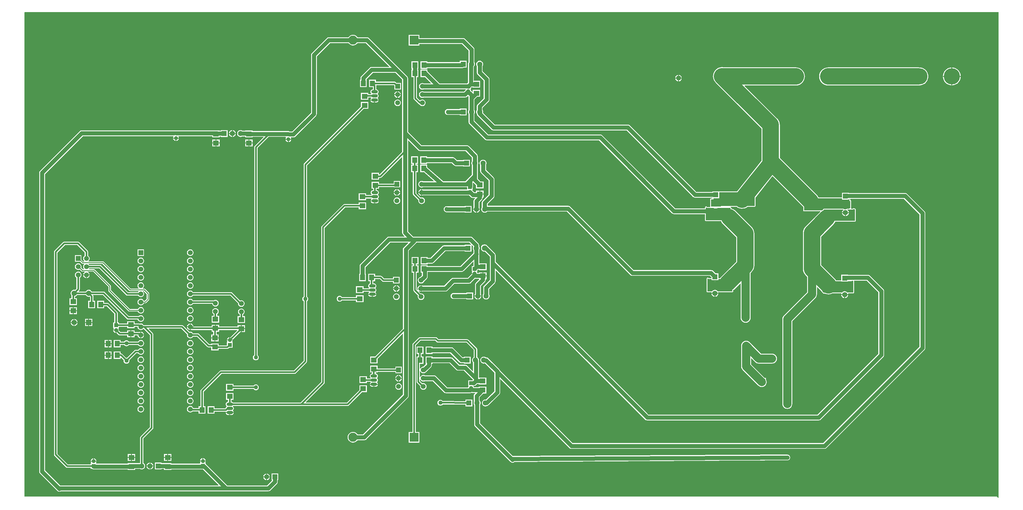
<source format=gbl>
%FSLAX23Y23*%
%MOIN*%
G70*
G01*
G75*
G04 Layer_Physical_Order=2*
G04 Layer_Color=16711680*
%ADD10R,0.071X0.063*%
%ADD11R,0.063X0.071*%
%ADD12C,0.050*%
%ADD13C,0.020*%
%ADD14C,0.010*%
%ADD15C,0.100*%
%ADD16C,0.200*%
%ADD17R,0.120X0.083*%
%ADD18R,0.120X0.087*%
%ADD19R,0.120X0.090*%
%ADD20C,0.059*%
%ADD21C,0.063*%
%ADD22C,0.110*%
%ADD23R,0.110X0.110*%
%ADD24C,0.049*%
%ADD25R,0.049X0.049*%
%ADD26R,0.063X0.063*%
%ADD27C,0.059*%
%ADD28R,0.059X0.059*%
%ADD29R,0.063X0.063*%
%ADD30O,0.079X0.039*%
%ADD31O,0.079X0.039*%
%ADD32R,0.059X0.059*%
%ADD33C,0.051*%
%ADD34C,0.051*%
%ADD35R,0.059X0.059*%
%ADD36C,0.065*%
%ADD37R,0.065X0.065*%
%ADD38C,0.196*%
%ADD39C,0.049*%
%ADD40R,0.049X0.049*%
%ADD41C,0.050*%
G36*
X985Y6880D02*
X12805D01*
Y990D01*
X12800Y985D01*
X12785Y1000D01*
X980D01*
Y6878D01*
X985Y6880D01*
X985Y6880D01*
D02*
G37*
%LPC*%
G36*
X2088Y3016D02*
X2059D01*
X2059Y3012D01*
X2063Y3004D01*
X2068Y2997D01*
X2075Y2991D01*
X2084Y2988D01*
X2088Y2987D01*
Y3016D01*
D02*
G37*
G36*
X2268Y3017D02*
X2227D01*
Y2996D01*
X2147D01*
X2127Y3016D01*
X2127Y3016D01*
X2098D01*
Y2987D01*
X2098Y2987D01*
X2124Y2961D01*
X2131Y2957D01*
X2138Y2956D01*
X2227D01*
Y2934D01*
X2268D01*
Y2976D01*
Y3017D01*
D02*
G37*
G36*
X3659Y3034D02*
X3619D01*
Y2997D01*
X3659D01*
Y3034D01*
D02*
G37*
G36*
X2318Y3017D02*
X2278D01*
Y2976D01*
Y2934D01*
X2318D01*
Y2956D01*
X2354D01*
X2354Y2951D01*
X2358Y2941D01*
X2365Y2933D01*
X2373Y2926D01*
X2383Y2923D01*
X2388Y2922D01*
Y2961D01*
Y3000D01*
X2383Y3000D01*
X2375Y2996D01*
X2318D01*
Y3017D01*
D02*
G37*
G36*
X2432Y2956D02*
X2398D01*
Y2922D01*
X2403Y2923D01*
X2413Y2926D01*
X2421Y2933D01*
X2427Y2941D01*
X2431Y2951D01*
X2432Y2956D01*
D02*
G37*
G36*
X2398Y3000D02*
Y2966D01*
X2432D01*
X2431Y2971D01*
X2427Y2981D01*
X2421Y2989D01*
X2413Y2996D01*
X2403Y3000D01*
X2398Y3000D01*
D02*
G37*
G36*
X2988Y3100D02*
X2983Y3100D01*
X2973Y3096D01*
X2965Y3089D01*
X2958Y3081D01*
X2954Y3071D01*
X2954Y3066D01*
X2988D01*
Y3100D01*
D02*
G37*
G36*
X2998D02*
Y3066D01*
X3032D01*
X3031Y3071D01*
X3027Y3081D01*
X3021Y3089D01*
X3013Y3096D01*
X3003Y3100D01*
X2998Y3100D01*
D02*
G37*
G36*
X1756Y3109D02*
X1719D01*
Y3071D01*
X1756D01*
Y3109D01*
D02*
G37*
G36*
X2988Y3056D02*
X2954D01*
X2954Y3051D01*
X2958Y3041D01*
X2965Y3033D01*
X2973Y3026D01*
X2983Y3023D01*
X2988Y3022D01*
Y3056D01*
D02*
G37*
G36*
X3345Y3084D02*
X3304D01*
Y3043D01*
X3294D01*
Y3084D01*
X3254D01*
Y3063D01*
X3032D01*
X3033Y3061D01*
X3032Y3056D01*
X2998D01*
Y3022D01*
X3003Y3023D01*
X3005Y3023D01*
X3011Y3022D01*
X3254D01*
Y3001D01*
X3272D01*
Y2968D01*
X3247D01*
Y2931D01*
X3338D01*
Y2968D01*
X3313D01*
Y3001D01*
X3345D01*
Y3022D01*
X3562D01*
X3563Y3018D01*
X3480Y2934D01*
X3478Y2935D01*
Y2906D01*
X3507D01*
X3507Y2904D01*
X3601Y2997D01*
X3609D01*
Y3039D01*
Y3080D01*
X3568D01*
Y3063D01*
X3345D01*
Y3084D01*
D02*
G37*
G36*
X3659Y3080D02*
X3619D01*
Y3044D01*
X3659D01*
Y3080D01*
D02*
G37*
G36*
X3468Y2935D02*
X3464Y2934D01*
X3455Y2931D01*
X3448Y2925D01*
X3443Y2918D01*
X3439Y2910D01*
X3439Y2906D01*
X3468D01*
Y2935D01*
D02*
G37*
G36*
X2993Y2801D02*
X2983Y2800D01*
X2973Y2796D01*
X2965Y2789D01*
X2958Y2781D01*
X2954Y2771D01*
X2953Y2761D01*
X2954Y2751D01*
X2958Y2741D01*
X2965Y2733D01*
X2973Y2726D01*
X2983Y2723D01*
X2993Y2721D01*
X3003Y2723D01*
X3013Y2726D01*
X3021Y2733D01*
X3027Y2741D01*
X3031Y2751D01*
X3033Y2761D01*
X3031Y2771D01*
X3027Y2781D01*
X3021Y2789D01*
X3013Y2796D01*
X3003Y2800D01*
X2993Y2801D01*
D02*
G37*
G36*
X1993Y2851D02*
X1956D01*
Y2811D01*
X1993D01*
Y2851D01*
D02*
G37*
G36*
X2039D02*
X2003D01*
Y2811D01*
X2039D01*
Y2851D01*
D02*
G37*
G36*
X2393Y2801D02*
X2383Y2800D01*
X2373Y2796D01*
X2365Y2789D01*
X2359Y2781D01*
X2328D01*
X2320Y2780D01*
X2314Y2775D01*
X2309Y2769D01*
X2309Y2768D01*
X2226Y2685D01*
X2220Y2686D01*
X2214Y2685D01*
X2168Y2730D01*
X2162Y2735D01*
X2154Y2736D01*
X2149D01*
Y2761D01*
X2066D01*
Y2671D01*
X2149D01*
Y2685D01*
X2154Y2687D01*
X2185Y2656D01*
X2184Y2650D01*
X2185Y2641D01*
X2189Y2632D01*
X2195Y2625D01*
X2202Y2619D01*
X2211Y2615D01*
X2220Y2614D01*
X2229Y2615D01*
X2238Y2619D01*
X2245Y2625D01*
X2251Y2632D01*
X2255Y2641D01*
X2256Y2650D01*
X2255Y2656D01*
X2339Y2741D01*
X2359D01*
X2365Y2733D01*
X2373Y2726D01*
X2383Y2723D01*
X2393Y2721D01*
X2403Y2723D01*
X2413Y2726D01*
X2421Y2733D01*
X2427Y2741D01*
X2431Y2751D01*
X2433Y2761D01*
X2431Y2771D01*
X2427Y2781D01*
X2421Y2789D01*
X2413Y2796D01*
X2403Y2800D01*
X2393Y2801D01*
D02*
G37*
G36*
X1993Y2761D02*
X1956D01*
Y2721D01*
X1993D01*
Y2761D01*
D02*
G37*
G36*
X2039D02*
X2003D01*
Y2721D01*
X2039D01*
Y2761D01*
D02*
G37*
G36*
Y2901D02*
X2003D01*
Y2861D01*
X2039D01*
Y2901D01*
D02*
G37*
G36*
X3288Y2921D02*
X3247D01*
Y2885D01*
X3288D01*
Y2921D01*
D02*
G37*
G36*
X3338D02*
X3298D01*
Y2885D01*
X3338D01*
Y2921D01*
D02*
G37*
G36*
X2149Y2901D02*
X2066D01*
Y2811D01*
X2149D01*
Y2841D01*
X2191D01*
X2195Y2836D01*
X2202Y2830D01*
X2211Y2826D01*
X2220Y2825D01*
X2229Y2826D01*
X2238Y2830D01*
X2245Y2836D01*
X2249Y2841D01*
X2359D01*
X2365Y2833D01*
X2373Y2826D01*
X2383Y2823D01*
X2393Y2821D01*
X2403Y2823D01*
X2413Y2826D01*
X2421Y2833D01*
X2427Y2841D01*
X2431Y2851D01*
X2433Y2861D01*
X2431Y2871D01*
X2427Y2881D01*
X2421Y2889D01*
X2413Y2896D01*
X2403Y2900D01*
X2393Y2901D01*
X2383Y2900D01*
X2373Y2896D01*
X2365Y2889D01*
X2359Y2881D01*
X2249D01*
X2245Y2886D01*
X2238Y2892D01*
X2229Y2896D01*
X2220Y2897D01*
X2211Y2896D01*
X2202Y2892D01*
X2195Y2886D01*
X2191Y2881D01*
X2149D01*
Y2901D01*
D02*
G37*
G36*
X2993Y2901D02*
X2983Y2900D01*
X2973Y2896D01*
X2965Y2889D01*
X2958Y2881D01*
X2954Y2871D01*
X2953Y2861D01*
X2954Y2851D01*
X2958Y2841D01*
X2965Y2833D01*
X2973Y2826D01*
X2983Y2823D01*
X2993Y2821D01*
X3003Y2823D01*
X3013Y2826D01*
X3021Y2833D01*
X3027Y2841D01*
X3031Y2851D01*
X3033Y2861D01*
X3031Y2871D01*
X3027Y2881D01*
X3021Y2889D01*
X3013Y2896D01*
X3003Y2900D01*
X2993Y2901D01*
D02*
G37*
G36*
X1993Y2901D02*
X1956D01*
Y2861D01*
X1993D01*
Y2901D01*
D02*
G37*
G36*
X2993Y3401D02*
X2983Y3400D01*
X2973Y3396D01*
X2965Y3389D01*
X2958Y3381D01*
X2954Y3371D01*
X2953Y3361D01*
X2954Y3351D01*
X2958Y3341D01*
X2965Y3333D01*
X2973Y3326D01*
X2983Y3323D01*
X2993Y3321D01*
X3003Y3323D01*
X3013Y3326D01*
X3021Y3333D01*
X3027Y3341D01*
X3261D01*
X3261Y3337D01*
X3265Y3328D01*
X3271Y3319D01*
X3280Y3313D01*
X3289Y3309D01*
X3299Y3308D01*
X3310Y3309D01*
X3319Y3313D01*
X3328Y3319D01*
X3334Y3328D01*
X3338Y3337D01*
X3339Y3348D01*
X3338Y3358D01*
X3334Y3368D01*
X3328Y3376D01*
X3319Y3382D01*
X3310Y3386D01*
X3299Y3388D01*
X3289Y3386D01*
X3280Y3382D01*
X3279Y3381D01*
X3027D01*
X3021Y3389D01*
X3013Y3396D01*
X3003Y3400D01*
X2993Y3401D01*
D02*
G37*
G36*
X5496Y3466D02*
X5485Y3464D01*
X5476Y3461D01*
X5467Y3454D01*
X5461Y3446D01*
X5457Y3436D01*
X5456Y3426D01*
X5457Y3416D01*
X5461Y3406D01*
X5467Y3398D01*
X5476Y3391D01*
X5485Y3387D01*
X5496Y3386D01*
X5506Y3387D01*
X5516Y3391D01*
X5524Y3398D01*
X5530Y3406D01*
X5534Y3416D01*
X5536Y3426D01*
X5534Y3436D01*
X5530Y3446D01*
X5524Y3454D01*
X5516Y3461D01*
X5506Y3464D01*
X5496Y3466D01*
D02*
G37*
G36*
X6427Y3477D02*
X6344D01*
Y3471D01*
X6190D01*
X6180Y3470D01*
X6172Y3466D01*
X6165Y3460D01*
X6159Y3453D01*
X6155Y3445D01*
X6154Y3435D01*
X6155Y3426D01*
X6159Y3418D01*
X6165Y3410D01*
X6172Y3405D01*
X6180Y3401D01*
X6190Y3400D01*
X6344D01*
Y3394D01*
X6427D01*
Y3477D01*
D02*
G37*
G36*
X1568Y3297D02*
X1527D01*
Y3261D01*
X1568D01*
Y3297D01*
D02*
G37*
G36*
X1618D02*
X1578D01*
Y3261D01*
X1618D01*
Y3297D01*
D02*
G37*
G36*
X2993Y3501D02*
X2983Y3500D01*
X2973Y3496D01*
X2965Y3489D01*
X2958Y3481D01*
X2954Y3471D01*
X2953Y3461D01*
X2954Y3451D01*
X2958Y3441D01*
X2965Y3433D01*
X2973Y3426D01*
X2983Y3423D01*
X2993Y3421D01*
X3003Y3423D01*
X3013Y3426D01*
X3021Y3433D01*
X3027Y3441D01*
X3481D01*
X3574Y3347D01*
X3574Y3344D01*
X3575Y3334D01*
X3579Y3324D01*
X3585Y3316D01*
X3594Y3309D01*
X3603Y3305D01*
X3614Y3304D01*
X3624Y3305D01*
X3633Y3309D01*
X3642Y3316D01*
X3648Y3324D01*
X3652Y3334D01*
X3653Y3344D01*
X3652Y3354D01*
X3648Y3364D01*
X3642Y3372D01*
X3633Y3378D01*
X3624Y3382D01*
X3614Y3384D01*
X3603Y3382D01*
X3598Y3380D01*
X3503Y3475D01*
X3497Y3480D01*
X3489Y3481D01*
X3027D01*
X3021Y3489D01*
X3013Y3496D01*
X3003Y3500D01*
X2993Y3501D01*
D02*
G37*
G36*
X10978Y3446D02*
X10942D01*
Y3410D01*
X10948Y3411D01*
X10958Y3415D01*
X10966Y3421D01*
X10973Y3430D01*
X10977Y3440D01*
X10978Y3446D01*
D02*
G37*
G36*
X5097Y3443D02*
X5006D01*
Y3422D01*
X4835D01*
X4832Y3427D01*
X4825Y3432D01*
X4816Y3436D01*
X4807Y3437D01*
X4798Y3436D01*
X4789Y3432D01*
X4782Y3427D01*
X4776Y3420D01*
X4773Y3411D01*
X4772Y3402D01*
X4773Y3393D01*
X4776Y3384D01*
X4782Y3377D01*
X4789Y3371D01*
X4798Y3368D01*
X4807Y3367D01*
X4816Y3368D01*
X4825Y3371D01*
X4832Y3377D01*
X4835Y3381D01*
X5006D01*
Y3360D01*
X5097D01*
Y3443D01*
D02*
G37*
G36*
X5198Y3452D02*
X5154D01*
X5154Y3449D01*
X5157Y3442D01*
X5162Y3436D01*
X5168Y3431D01*
X5175Y3428D01*
X5183Y3427D01*
X5198D01*
Y3452D01*
D02*
G37*
G36*
X6480Y3430D02*
X6444D01*
X6445Y3425D01*
X6449Y3415D01*
X6456Y3406D01*
X6464Y3399D01*
X6475Y3395D01*
X6480Y3394D01*
Y3430D01*
D02*
G37*
G36*
X6527D02*
X6490D01*
Y3394D01*
X6496Y3395D01*
X6506Y3399D01*
X6515Y3406D01*
X6522Y3415D01*
X6526Y3425D01*
X6527Y3430D01*
D02*
G37*
G36*
X10932Y3446D02*
X10896D01*
X10896Y3440D01*
X10901Y3430D01*
X10907Y3421D01*
X10916Y3415D01*
X10926Y3411D01*
X10932Y3410D01*
Y3446D01*
D02*
G37*
G36*
X2993Y3301D02*
X2983Y3300D01*
X2973Y3296D01*
X2965Y3289D01*
X2958Y3281D01*
X2954Y3271D01*
X2953Y3261D01*
X2954Y3251D01*
X2958Y3241D01*
X2965Y3233D01*
X2973Y3226D01*
X2983Y3223D01*
X2993Y3221D01*
X3003Y3223D01*
X3013Y3226D01*
X3021Y3233D01*
X3027Y3241D01*
X3031Y3251D01*
X3033Y3261D01*
X3031Y3271D01*
X3027Y3281D01*
X3021Y3289D01*
X3013Y3296D01*
X3003Y3300D01*
X2993Y3301D01*
D02*
G37*
G36*
X3614Y3284D02*
X3603Y3282D01*
X3594Y3278D01*
X3585Y3272D01*
X3579Y3264D01*
X3575Y3254D01*
X3574Y3244D01*
X3575Y3234D01*
X3579Y3224D01*
X3585Y3216D01*
X3593Y3210D01*
Y3190D01*
X3568D01*
Y3107D01*
X3659D01*
Y3190D01*
X3634D01*
Y3210D01*
X3642Y3216D01*
X3648Y3224D01*
X3652Y3234D01*
X3653Y3244D01*
X3652Y3254D01*
X3648Y3264D01*
X3642Y3272D01*
X3633Y3278D01*
X3624Y3282D01*
X3614Y3284D01*
D02*
G37*
G36*
X3299Y3288D02*
X3289Y3286D01*
X3280Y3282D01*
X3271Y3276D01*
X3265Y3268D01*
X3261Y3258D01*
X3260Y3248D01*
X3261Y3237D01*
X3265Y3228D01*
X3271Y3219D01*
X3279Y3213D01*
Y3194D01*
X3254D01*
Y3111D01*
X3345D01*
Y3194D01*
X3320D01*
Y3213D01*
X3328Y3219D01*
X3334Y3228D01*
X3338Y3237D01*
X3339Y3248D01*
X3338Y3258D01*
X3334Y3268D01*
X3328Y3276D01*
X3319Y3282D01*
X3310Y3286D01*
X3299Y3288D01*
D02*
G37*
G36*
X1579Y3156D02*
X1573Y3155D01*
X1563Y3151D01*
X1554Y3144D01*
X1547Y3135D01*
X1543Y3125D01*
X1542Y3119D01*
X1579D01*
Y3156D01*
D02*
G37*
G36*
X1804Y3109D02*
X1766D01*
Y3071D01*
X1804D01*
Y3109D01*
D02*
G37*
G36*
X1579D02*
X1542D01*
X1543Y3103D01*
X1547Y3092D01*
X1554Y3084D01*
X1563Y3077D01*
X1573Y3072D01*
X1579Y3072D01*
Y3109D01*
D02*
G37*
G36*
X1626D02*
X1589D01*
Y3072D01*
X1595Y3072D01*
X1606Y3077D01*
X1615Y3084D01*
X1621Y3092D01*
X1626Y3103D01*
X1626Y3109D01*
D02*
G37*
G36*
X2993Y3201D02*
X2983Y3200D01*
X2973Y3196D01*
X2965Y3189D01*
X2958Y3181D01*
X2954Y3171D01*
X2953Y3161D01*
X2954Y3151D01*
X2958Y3141D01*
X2965Y3133D01*
X2973Y3126D01*
X2983Y3123D01*
X2993Y3121D01*
X3003Y3123D01*
X3013Y3126D01*
X3021Y3133D01*
X3027Y3141D01*
X3031Y3151D01*
X3033Y3161D01*
X3031Y3171D01*
X3027Y3181D01*
X3021Y3189D01*
X3013Y3196D01*
X3003Y3200D01*
X2993Y3201D01*
D02*
G37*
G36*
X1568Y3251D02*
X1527D01*
Y3214D01*
X1568D01*
Y3251D01*
D02*
G37*
G36*
X1618D02*
X1578D01*
Y3214D01*
X1618D01*
Y3251D01*
D02*
G37*
G36*
X1589Y3156D02*
Y3119D01*
X1626D01*
X1626Y3125D01*
X1621Y3135D01*
X1615Y3144D01*
X1606Y3151D01*
X1595Y3155D01*
X1589Y3156D01*
D02*
G37*
G36*
X1756Y3156D02*
X1719D01*
Y3119D01*
X1756D01*
Y3156D01*
D02*
G37*
G36*
X1804D02*
X1766D01*
Y3119D01*
X1804D01*
Y3156D01*
D02*
G37*
G36*
X2039Y2711D02*
X2003D01*
Y2671D01*
X2039D01*
Y2711D01*
D02*
G37*
G36*
X2275Y1517D02*
X2235D01*
Y1480D01*
X2275D01*
Y1517D01*
D02*
G37*
G36*
X2325D02*
X2285D01*
Y1480D01*
X2325D01*
Y1517D01*
D02*
G37*
G36*
X2715D02*
X2675D01*
Y1480D01*
X2715D01*
Y1517D01*
D02*
G37*
G36*
X1825Y1464D02*
Y1435D01*
X1854D01*
X1854Y1439D01*
X1850Y1447D01*
X1845Y1454D01*
X1837Y1460D01*
X1829Y1463D01*
X1825Y1464D01*
D02*
G37*
G36*
X3142Y1467D02*
X3138Y1466D01*
X3129Y1463D01*
X3122Y1457D01*
X3116Y1450D01*
X3113Y1441D01*
X3112Y1437D01*
X3142D01*
Y1467D01*
D02*
G37*
G36*
X3152D02*
Y1437D01*
X3181D01*
X3180Y1441D01*
X3177Y1450D01*
X3171Y1457D01*
X3164Y1463D01*
X3156Y1466D01*
X3152Y1467D01*
D02*
G37*
G36*
X2393Y2101D02*
X2383Y2100D01*
X2373Y2096D01*
X2365Y2089D01*
X2358Y2081D01*
X2354Y2071D01*
X2353Y2061D01*
X2354Y2051D01*
X2358Y2041D01*
X2365Y2033D01*
X2373Y2026D01*
X2383Y2023D01*
X2393Y2021D01*
X2403Y2023D01*
X2413Y2026D01*
X2421Y2033D01*
X2427Y2041D01*
X2431Y2051D01*
X2433Y2061D01*
X2431Y2071D01*
X2427Y2081D01*
X2421Y2089D01*
X2413Y2096D01*
X2403Y2100D01*
X2393Y2101D01*
D02*
G37*
G36*
Y2201D02*
X2383Y2200D01*
X2373Y2196D01*
X2365Y2189D01*
X2358Y2181D01*
X2354Y2171D01*
X2353Y2161D01*
X2354Y2151D01*
X2358Y2141D01*
X2365Y2133D01*
X2373Y2126D01*
X2383Y2123D01*
X2393Y2121D01*
X2403Y2123D01*
X2413Y2126D01*
X2421Y2133D01*
X2427Y2141D01*
X2431Y2151D01*
X2433Y2161D01*
X2431Y2171D01*
X2427Y2181D01*
X2421Y2189D01*
X2413Y2196D01*
X2403Y2200D01*
X2393Y2201D01*
D02*
G37*
G36*
X2993D02*
X2983Y2200D01*
X2973Y2196D01*
X2965Y2189D01*
X2958Y2181D01*
X2954Y2171D01*
X2953Y2161D01*
X2954Y2151D01*
X2958Y2141D01*
X2965Y2133D01*
X2973Y2126D01*
X2983Y2123D01*
X2993Y2121D01*
X3003Y2123D01*
X3013Y2126D01*
X3021Y2133D01*
X3027Y2141D01*
X3031Y2151D01*
X3033Y2161D01*
X3031Y2171D01*
X3027Y2181D01*
X3021Y2189D01*
X3013Y2196D01*
X3003Y2200D01*
X2993Y2201D01*
D02*
G37*
G36*
X2765Y1517D02*
X2725D01*
Y1480D01*
X2765D01*
Y1517D01*
D02*
G37*
G36*
X3468Y2016D02*
X3424D01*
X3424Y2013D01*
X3427Y2006D01*
X3432Y2000D01*
X3438Y1995D01*
X3445Y1992D01*
X3453Y1991D01*
X3468D01*
Y2016D01*
D02*
G37*
G36*
X3522D02*
X3478D01*
Y1991D01*
X3493D01*
X3500Y1992D01*
X3508Y1995D01*
X3514Y2000D01*
X3518Y2006D01*
X3521Y2013D01*
X3522Y2016D01*
D02*
G37*
G36*
X1815Y1464D02*
X1811Y1463D01*
X1803Y1460D01*
X1795Y1454D01*
X1790Y1447D01*
X1786Y1439D01*
X1786Y1435D01*
X1815D01*
Y1464D01*
D02*
G37*
G36*
X3925Y1279D02*
Y1245D01*
X3959D01*
X3959Y1250D01*
X3955Y1260D01*
X3948Y1268D01*
X3940Y1275D01*
X3930Y1279D01*
X3925Y1279D01*
D02*
G37*
G36*
X2500Y1367D02*
X2463D01*
X2464Y1361D01*
X2468Y1351D01*
X2475Y1342D01*
X2484Y1336D01*
X2494Y1332D01*
X2500Y1331D01*
Y1367D01*
D02*
G37*
G36*
X2546D02*
X2510D01*
Y1331D01*
X2515Y1332D01*
X2525Y1336D01*
X2534Y1342D01*
X2541Y1351D01*
X2545Y1361D01*
X2546Y1367D01*
D02*
G37*
G36*
X3915Y1235D02*
X3881D01*
X3881Y1230D01*
X3885Y1220D01*
X3892Y1212D01*
X3900Y1205D01*
X3910Y1201D01*
X3915Y1201D01*
Y1235D01*
D02*
G37*
G36*
X3959D02*
X3925D01*
Y1201D01*
X3930Y1201D01*
X3940Y1205D01*
X3948Y1212D01*
X3955Y1220D01*
X3959Y1230D01*
X3959Y1235D01*
D02*
G37*
G36*
X3915Y1279D02*
X3910Y1279D01*
X3900Y1275D01*
X3892Y1268D01*
X3885Y1260D01*
X3881Y1250D01*
X3881Y1245D01*
X3915D01*
Y1279D01*
D02*
G37*
G36*
X2325Y1470D02*
X2285D01*
Y1434D01*
X2325D01*
Y1470D01*
D02*
G37*
G36*
X2715D02*
X2675D01*
Y1434D01*
X2715D01*
Y1470D01*
D02*
G37*
G36*
X2765D02*
X2725D01*
Y1434D01*
X2765D01*
Y1470D01*
D02*
G37*
G36*
X2500Y1413D02*
X2494Y1412D01*
X2484Y1408D01*
X2475Y1402D01*
X2468Y1393D01*
X2464Y1383D01*
X2463Y1377D01*
X2500D01*
Y1413D01*
D02*
G37*
G36*
X2510D02*
Y1377D01*
X2546D01*
X2545Y1383D01*
X2541Y1393D01*
X2534Y1402D01*
X2525Y1408D01*
X2515Y1412D01*
X2510Y1413D01*
D02*
G37*
G36*
X2275Y1470D02*
X2235D01*
Y1434D01*
X2275D01*
Y1470D01*
D02*
G37*
G36*
X5268Y2590D02*
X5177D01*
Y2507D01*
X5202D01*
Y2494D01*
X5195Y2493D01*
X5188Y2490D01*
X5182Y2485D01*
X5177Y2479D01*
X5174Y2472D01*
X5173Y2464D01*
X5174Y2456D01*
X5177Y2449D01*
X5182Y2443D01*
X5183Y2441D01*
Y2436D01*
X5182Y2435D01*
X5181Y2434D01*
X5138D01*
Y2462D01*
X5047D01*
Y2379D01*
X5138D01*
Y2394D01*
X5181D01*
X5182Y2393D01*
X5183Y2391D01*
Y2386D01*
X5182Y2385D01*
X5177Y2379D01*
X5174Y2372D01*
X5173Y2369D01*
X5271D01*
X5271Y2372D01*
X5268Y2379D01*
X5263Y2385D01*
X5261Y2386D01*
Y2391D01*
X5263Y2393D01*
X5268Y2399D01*
X5271Y2406D01*
X5272Y2414D01*
X5271Y2422D01*
X5268Y2429D01*
X5263Y2435D01*
X5261Y2436D01*
Y2441D01*
X5263Y2443D01*
X5268Y2449D01*
X5271Y2456D01*
X5272Y2464D01*
X5271Y2472D01*
X5268Y2479D01*
X5263Y2485D01*
X5257Y2490D01*
X5250Y2493D01*
X5243Y2494D01*
Y2507D01*
X5268D01*
Y2515D01*
X5483D01*
Y2497D01*
X5562D01*
Y2577D01*
X5483D01*
Y2555D01*
X5268D01*
Y2590D01*
D02*
G37*
G36*
X2393Y2601D02*
X2383Y2600D01*
X2373Y2596D01*
X2365Y2589D01*
X2358Y2581D01*
X2354Y2571D01*
X2353Y2561D01*
X2354Y2551D01*
X2358Y2541D01*
X2365Y2533D01*
X2373Y2526D01*
X2383Y2523D01*
X2393Y2521D01*
X2403Y2523D01*
X2413Y2526D01*
X2421Y2533D01*
X2427Y2541D01*
X2431Y2551D01*
X2433Y2561D01*
X2431Y2571D01*
X2427Y2581D01*
X2421Y2589D01*
X2413Y2596D01*
X2403Y2600D01*
X2393Y2601D01*
D02*
G37*
G36*
X2993D02*
X2983Y2600D01*
X2973Y2596D01*
X2965Y2589D01*
X2958Y2581D01*
X2954Y2571D01*
X2953Y2561D01*
X2954Y2551D01*
X2958Y2541D01*
X2965Y2533D01*
X2973Y2526D01*
X2983Y2523D01*
X2993Y2521D01*
X3003Y2523D01*
X3013Y2526D01*
X3021Y2533D01*
X3027Y2541D01*
X3031Y2551D01*
X3033Y2561D01*
X3031Y2571D01*
X3027Y2581D01*
X3021Y2589D01*
X3013Y2596D01*
X3003Y2600D01*
X2993Y2601D01*
D02*
G37*
G36*
X5517Y2476D02*
X5512Y2476D01*
X5503Y2472D01*
X5494Y2465D01*
X5488Y2457D01*
X5484Y2447D01*
X5483Y2442D01*
X5517D01*
Y2476D01*
D02*
G37*
G36*
X5527D02*
Y2442D01*
X5562D01*
X5561Y2447D01*
X5557Y2457D01*
X5551Y2465D01*
X5542Y2472D01*
X5533Y2476D01*
X5527Y2476D01*
D02*
G37*
G36*
X5155Y5790D02*
X5064D01*
Y5731D01*
X4376Y5043D01*
X4371Y5036D01*
X4370Y5028D01*
Y3428D01*
X4365Y3425D01*
X4359Y3418D01*
X4356Y3409D01*
X4355Y3400D01*
X4356Y3391D01*
X4359Y3382D01*
X4365Y3375D01*
X4370Y3372D01*
Y2648D01*
X4252Y2530D01*
X3365D01*
X3357Y2529D01*
X3355Y2527D01*
X3351Y2524D01*
X3351Y2524D01*
X3123Y2297D01*
X3119Y2291D01*
X3117Y2283D01*
Y2096D01*
X3096D01*
Y2075D01*
X3030D01*
X3027Y2081D01*
X3021Y2089D01*
X3013Y2096D01*
X3003Y2100D01*
X2993Y2101D01*
X2983Y2100D01*
X2973Y2096D01*
X2965Y2089D01*
X2958Y2081D01*
X2954Y2071D01*
X2953Y2061D01*
X2954Y2051D01*
X2958Y2041D01*
X2965Y2033D01*
X2973Y2026D01*
X2983Y2023D01*
X2993Y2021D01*
X3003Y2023D01*
X3013Y2026D01*
X3021Y2033D01*
X3022Y2035D01*
X3096D01*
Y2006D01*
X3179D01*
Y2096D01*
X3158D01*
Y2274D01*
X3373Y2490D01*
X4260D01*
X4268Y2491D01*
X4274Y2496D01*
Y2496D01*
X4274D01*
D01*
D01*
D01*
D01*
D01*
D01*
X4274D01*
D01*
X4274D01*
Y2496D01*
D01*
D01*
D01*
D01*
Y2496D01*
D01*
D01*
D01*
D01*
D01*
D01*
Y2496D01*
D01*
D01*
X4274D01*
D01*
D01*
D01*
X4404Y2626D01*
X4409Y2632D01*
X4410Y2640D01*
X4410Y2640D01*
Y3372D01*
X4415Y3375D01*
X4421Y3382D01*
X4424Y3391D01*
X4425Y3400D01*
X4424Y3409D01*
X4421Y3418D01*
X4415Y3425D01*
X4410Y3428D01*
Y5020D01*
X5097Y5707D01*
X5155D01*
Y5790D01*
D02*
G37*
G36*
X2393Y2701D02*
X2383Y2700D01*
X2373Y2696D01*
X2365Y2689D01*
X2358Y2681D01*
X2354Y2671D01*
X2353Y2661D01*
X2354Y2651D01*
X2358Y2641D01*
X2365Y2633D01*
X2373Y2626D01*
X2383Y2623D01*
X2393Y2621D01*
X2403Y2623D01*
X2413Y2626D01*
X2421Y2633D01*
X2427Y2641D01*
X2431Y2651D01*
X2433Y2661D01*
X2431Y2671D01*
X2427Y2681D01*
X2421Y2689D01*
X2413Y2696D01*
X2403Y2700D01*
X2393Y2701D01*
D02*
G37*
G36*
X2993D02*
X2983Y2700D01*
X2973Y2696D01*
X2965Y2689D01*
X2958Y2681D01*
X2954Y2671D01*
X2953Y2661D01*
X2954Y2651D01*
X2958Y2641D01*
X2965Y2633D01*
X2973Y2626D01*
X2983Y2623D01*
X2993Y2621D01*
X3003Y2623D01*
X3013Y2626D01*
X3021Y2633D01*
X3027Y2641D01*
X3031Y2651D01*
X3033Y2661D01*
X3031Y2671D01*
X3027Y2681D01*
X3021Y2689D01*
X3013Y2696D01*
X3003Y2700D01*
X2993Y2701D01*
D02*
G37*
G36*
X1993Y2711D02*
X1956D01*
Y2671D01*
X1993D01*
Y2711D01*
D02*
G37*
G36*
X5975Y2935D02*
X5782D01*
X5774Y2934D01*
X5767Y2929D01*
X5696Y2859D01*
X5692Y2852D01*
X5690Y2844D01*
Y1785D01*
X5646D01*
Y1655D01*
X5776D01*
Y1785D01*
X5731D01*
Y2836D01*
X5790Y2895D01*
X5967D01*
X5986Y2876D01*
X5992Y2871D01*
X6000Y2870D01*
X6347D01*
X6436Y2780D01*
Y2693D01*
X6435Y2693D01*
X6427Y2686D01*
X6420Y2677D01*
X6416Y2667D01*
X6414Y2656D01*
X6416Y2646D01*
X6420Y2635D01*
X6426Y2627D01*
Y2525D01*
X6422Y2523D01*
X6355Y2590D01*
X6348Y2596D01*
X6339Y2599D01*
X6330Y2600D01*
X6260D01*
X6180Y2680D01*
X6173Y2686D01*
X6164Y2689D01*
X6155Y2690D01*
X5933D01*
Y2702D01*
X5850D01*
Y2611D01*
X5850D01*
X5850Y2605D01*
X5822Y2577D01*
X5812Y2576D01*
X5803Y2572D01*
X5794Y2565D01*
X5788Y2557D01*
X5785Y2551D01*
X5780Y2552D01*
Y2611D01*
X5823D01*
Y2702D01*
X5801D01*
Y2731D01*
X5823D01*
Y2822D01*
X5740D01*
Y2731D01*
X5761D01*
Y2702D01*
X5740D01*
Y2611D01*
X5740D01*
Y2395D01*
X5740Y2395D01*
X5740D01*
X5741Y2387D01*
X5746Y2381D01*
X5783Y2343D01*
X5783Y2337D01*
X5784Y2327D01*
X5788Y2317D01*
X5794Y2309D01*
X5803Y2302D01*
X5812Y2298D01*
X5822Y2297D01*
X5833Y2298D01*
X5842Y2302D01*
X5851Y2309D01*
X5857Y2317D01*
X5861Y2327D01*
X5862Y2337D01*
X5861Y2347D01*
X5857Y2357D01*
X5851Y2365D01*
X5842Y2372D01*
X5833Y2376D01*
X5822Y2377D01*
X5812Y2376D01*
X5809Y2374D01*
X5780Y2403D01*
Y2422D01*
X5785Y2423D01*
X5788Y2417D01*
X5794Y2409D01*
X5803Y2402D01*
X5812Y2398D01*
X5822Y2397D01*
X5833Y2398D01*
X5841Y2402D01*
X5937D01*
X6074Y2265D01*
X6081Y2259D01*
X6090Y2256D01*
X6099Y2255D01*
X6390D01*
X6392Y2255D01*
X6394D01*
X6396Y2256D01*
X6399Y2256D01*
X6401Y2257D01*
X6403Y2257D01*
X6405Y2259D01*
X6407Y2259D01*
X6409Y2261D01*
X6411Y2262D01*
X6417Y2259D01*
X6426Y2258D01*
X6450D01*
X6451Y2253D01*
X6445Y2247D01*
X6439Y2240D01*
X6436Y2231D01*
X6435Y2222D01*
Y2139D01*
X6434Y2136D01*
X6435Y2134D01*
Y2130D01*
X6435Y2130D01*
X6435D01*
X6436Y2121D01*
X6439Y2113D01*
X6441Y2111D01*
Y1876D01*
X6441Y1876D01*
X6441D01*
X6442Y1867D01*
X6446Y1859D01*
X6451Y1851D01*
X6881Y1421D01*
X6889Y1416D01*
X6897Y1412D01*
X6906Y1411D01*
X6915Y1412D01*
X6924Y1416D01*
X6931Y1421D01*
X6932Y1422D01*
X10240Y1440D01*
X10245Y1440D01*
X10249Y1441D01*
X10249Y1441D01*
X10249Y1441D01*
X10253Y1443D01*
X10258Y1444D01*
X10258Y1444D01*
X10258Y1445D01*
X10261Y1447D01*
X10265Y1450D01*
X10265Y1450D01*
X10265Y1450D01*
X10268Y1454D01*
X10271Y1457D01*
X10271Y1457D01*
X10271Y1458D01*
X10272Y1462D01*
X10274Y1466D01*
X10274Y1466D01*
X10274Y1466D01*
X10275Y1471D01*
X10275Y1475D01*
X10275Y1475D01*
X10275Y1475D01*
X10275Y1480D01*
X10274Y1484D01*
X10274Y1484D01*
X10274Y1484D01*
X10272Y1488D01*
X10271Y1493D01*
X10271Y1493D01*
X10270Y1493D01*
X10268Y1496D01*
X10265Y1500D01*
X10265Y1500D01*
X10265Y1500D01*
X10261Y1503D01*
X10258Y1506D01*
X10258Y1506D01*
X10257Y1506D01*
X10253Y1507D01*
X10249Y1509D01*
X10249Y1509D01*
X10249Y1509D01*
X10244Y1510D01*
X10240Y1510D01*
X10240Y1510D01*
X10240Y1510D01*
X6909Y1493D01*
X6512Y1891D01*
Y2114D01*
X6512Y2115D01*
X6517Y2126D01*
X6518Y2136D01*
X6517Y2147D01*
X6512Y2157D01*
X6506Y2166D01*
X6505Y2166D01*
Y2207D01*
X6550Y2252D01*
X6587D01*
Y2335D01*
X6496D01*
Y2329D01*
X6435D01*
X6434Y2331D01*
X6434Y2332D01*
X6434Y2332D01*
X6432Y2336D01*
X6431Y2338D01*
X6433Y2343D01*
X6436D01*
X6445Y2344D01*
X6454Y2347D01*
X6461Y2353D01*
X6476Y2368D01*
X6496D01*
Y2362D01*
X6587D01*
Y2445D01*
X6497D01*
Y2647D01*
X6498Y2656D01*
X6497Y2667D01*
X6492Y2677D01*
X6486Y2686D01*
X6477Y2693D01*
X6477Y2693D01*
Y2789D01*
X6477Y2789D01*
Y2789D01*
X6477D01*
X6477Y2789D01*
D01*
D01*
D01*
D01*
X6477Y2789D01*
D01*
X6475Y2797D01*
X6473Y2799D01*
X6471Y2803D01*
X6471Y2803D01*
X6369Y2904D01*
X6363Y2909D01*
X6355Y2910D01*
X6008D01*
X5989Y2929D01*
X5983Y2934D01*
X5975Y2935D01*
D02*
G37*
G36*
X9740Y2891D02*
X9728Y2890D01*
X9717Y2886D01*
X9707Y2881D01*
X9697Y2873D01*
X9690Y2864D01*
X9684Y2854D01*
X9681Y2842D01*
X9680Y2830D01*
Y2580D01*
X9681Y2568D01*
X9684Y2557D01*
X9690Y2547D01*
X9697Y2537D01*
X9887Y2347D01*
X9897Y2340D01*
X9907Y2334D01*
X9918Y2331D01*
X9930Y2330D01*
X9942Y2331D01*
X9953Y2334D01*
X9963Y2340D01*
X9973Y2347D01*
X9980Y2357D01*
X9986Y2367D01*
X9989Y2378D01*
X9990Y2390D01*
X9989Y2402D01*
X9986Y2413D01*
X9980Y2423D01*
X9980Y2424D01*
Y2440D01*
X9966D01*
X9800Y2605D01*
Y2678D01*
X9805Y2680D01*
X9853Y2632D01*
X9853Y2632D01*
X9853Y2632D01*
Y2632D01*
X9853Y2632D01*
Y2632D01*
X9862Y2625D01*
X9872Y2619D01*
Y2619D01*
X9872D01*
Y2619D01*
D01*
D01*
D01*
X9872D01*
Y2619D01*
D01*
X9872Y2619D01*
X9872Y2619D01*
X9884Y2616D01*
X9895Y2615D01*
X10055D01*
X10067Y2616D01*
X10078Y2619D01*
X10088Y2625D01*
X10098Y2632D01*
X10105Y2642D01*
X10111Y2652D01*
X10114Y2663D01*
X10115Y2675D01*
X10114Y2687D01*
X10111Y2698D01*
X10105Y2708D01*
X10098Y2718D01*
X10088Y2725D01*
X10078Y2731D01*
X10067Y2734D01*
X10055Y2735D01*
X9920D01*
X9783Y2873D01*
X9773Y2881D01*
X9763Y2886D01*
X9752Y2890D01*
X9740Y2891D01*
D02*
G37*
G36*
X5933Y2822D02*
X5850D01*
Y2731D01*
X5933D01*
Y2741D01*
X6149D01*
X6259Y2631D01*
X6266Y2626D01*
X6274Y2622D01*
X6284Y2621D01*
X6315D01*
Y2615D01*
X6398D01*
Y2698D01*
X6315D01*
Y2692D01*
X6298D01*
X6189Y2801D01*
X6181Y2807D01*
X6173Y2810D01*
X6164Y2812D01*
X5933D01*
Y2822D01*
D02*
G37*
G36*
X2993Y2501D02*
X2983Y2500D01*
X2973Y2496D01*
X2965Y2489D01*
X2958Y2481D01*
X2954Y2471D01*
X2953Y2461D01*
X2954Y2451D01*
X2958Y2441D01*
X2965Y2433D01*
X2973Y2426D01*
X2983Y2423D01*
X2993Y2421D01*
X3003Y2423D01*
X3013Y2426D01*
X3021Y2433D01*
X3027Y2441D01*
X3031Y2451D01*
X3033Y2461D01*
X3031Y2471D01*
X3027Y2481D01*
X3021Y2489D01*
X3013Y2496D01*
X3003Y2500D01*
X2993Y2501D01*
D02*
G37*
G36*
X3518Y2368D02*
X3427D01*
Y2285D01*
X3518D01*
Y2306D01*
X3763D01*
X3766Y2301D01*
X3773Y2296D01*
X3782Y2292D01*
X3791Y2291D01*
X3800Y2292D01*
X3809Y2296D01*
X3816Y2301D01*
X3822Y2308D01*
X3825Y2317D01*
X3826Y2326D01*
X3825Y2335D01*
X3822Y2344D01*
X3816Y2351D01*
X3809Y2357D01*
X3800Y2360D01*
X3791Y2361D01*
X3782Y2360D01*
X3773Y2357D01*
X3766Y2351D01*
X3763Y2347D01*
X3518D01*
Y2368D01*
D02*
G37*
G36*
X5522Y2377D02*
X5512Y2376D01*
X5503Y2372D01*
X5494Y2365D01*
X5488Y2357D01*
X5484Y2347D01*
X5483Y2337D01*
X5484Y2327D01*
X5488Y2317D01*
X5494Y2309D01*
X5503Y2302D01*
X5512Y2298D01*
X5522Y2297D01*
X5533Y2298D01*
X5542Y2302D01*
X5551Y2309D01*
X5557Y2317D01*
X5561Y2327D01*
X5562Y2337D01*
X5561Y2347D01*
X5557Y2357D01*
X5551Y2365D01*
X5542Y2372D01*
X5533Y2376D01*
X5522Y2377D01*
D02*
G37*
G36*
X2393Y2401D02*
X2383Y2400D01*
X2373Y2396D01*
X2365Y2389D01*
X2358Y2381D01*
X2354Y2371D01*
X2353Y2361D01*
X2354Y2351D01*
X2358Y2341D01*
X2365Y2333D01*
X2373Y2326D01*
X2383Y2323D01*
X2393Y2321D01*
X2403Y2323D01*
X2413Y2326D01*
X2421Y2333D01*
X2427Y2341D01*
X2431Y2351D01*
X2433Y2361D01*
X2431Y2371D01*
X2427Y2381D01*
X2421Y2389D01*
X2413Y2396D01*
X2403Y2400D01*
X2393Y2401D01*
D02*
G37*
G36*
X6418Y2178D02*
X6335D01*
Y2161D01*
X6331Y2157D01*
X6059Y2160D01*
X6055Y2165D01*
X6048Y2171D01*
X6039Y2174D01*
X6030Y2175D01*
X6021Y2174D01*
X6012Y2171D01*
X6005Y2165D01*
X5999Y2158D01*
X5996Y2149D01*
X5995Y2140D01*
X5996Y2131D01*
X5999Y2122D01*
X6005Y2115D01*
X6012Y2109D01*
X6021Y2106D01*
X6030Y2105D01*
X6039Y2106D01*
X6048Y2109D01*
X6055Y2115D01*
X6058Y2119D01*
X6335Y2116D01*
Y2095D01*
X6418D01*
Y2178D01*
D02*
G37*
G36*
X2393Y2301D02*
X2383Y2300D01*
X2373Y2296D01*
X2365Y2289D01*
X2358Y2281D01*
X2354Y2271D01*
X2353Y2261D01*
X2354Y2251D01*
X2358Y2241D01*
X2365Y2233D01*
X2373Y2226D01*
X2383Y2223D01*
X2393Y2221D01*
X2403Y2223D01*
X2413Y2226D01*
X2421Y2233D01*
X2427Y2241D01*
X2431Y2251D01*
X2433Y2261D01*
X2431Y2271D01*
X2427Y2281D01*
X2421Y2289D01*
X2413Y2296D01*
X2403Y2300D01*
X2393Y2301D01*
D02*
G37*
G36*
X2993D02*
X2983Y2300D01*
X2973Y2296D01*
X2965Y2289D01*
X2958Y2281D01*
X2954Y2271D01*
X2953Y2261D01*
X2954Y2251D01*
X2958Y2241D01*
X2965Y2233D01*
X2973Y2226D01*
X2983Y2223D01*
X2993Y2221D01*
X3003Y2223D01*
X3013Y2226D01*
X3021Y2233D01*
X3027Y2241D01*
X3031Y2251D01*
X3033Y2261D01*
X3031Y2271D01*
X3027Y2281D01*
X3021Y2289D01*
X3013Y2296D01*
X3003Y2300D01*
X2993Y2301D01*
D02*
G37*
G36*
X5517Y2432D02*
X5483D01*
X5484Y2427D01*
X5488Y2417D01*
X5494Y2409D01*
X5503Y2402D01*
X5512Y2398D01*
X5517Y2398D01*
Y2432D01*
D02*
G37*
G36*
X5562D02*
X5527D01*
Y2398D01*
X5533Y2398D01*
X5542Y2402D01*
X5551Y2409D01*
X5557Y2417D01*
X5561Y2427D01*
X5562Y2432D01*
D02*
G37*
G36*
X2393Y2501D02*
X2383Y2500D01*
X2373Y2496D01*
X2365Y2489D01*
X2358Y2481D01*
X2354Y2471D01*
X2353Y2461D01*
X2354Y2451D01*
X2358Y2441D01*
X2365Y2433D01*
X2373Y2426D01*
X2383Y2423D01*
X2393Y2421D01*
X2403Y2423D01*
X2413Y2426D01*
X2421Y2433D01*
X2427Y2441D01*
X2431Y2451D01*
X2433Y2461D01*
X2431Y2471D01*
X2427Y2481D01*
X2421Y2489D01*
X2413Y2496D01*
X2403Y2500D01*
X2393Y2501D01*
D02*
G37*
G36*
X2993Y2401D02*
X2983Y2400D01*
X2973Y2396D01*
X2965Y2389D01*
X2958Y2381D01*
X2954Y2371D01*
X2953Y2361D01*
X2954Y2351D01*
X2958Y2341D01*
X2965Y2333D01*
X2973Y2326D01*
X2983Y2323D01*
X2993Y2321D01*
X3003Y2323D01*
X3013Y2326D01*
X3021Y2333D01*
X3027Y2341D01*
X3031Y2351D01*
X3033Y2361D01*
X3031Y2371D01*
X3027Y2381D01*
X3021Y2389D01*
X3013Y2396D01*
X3003Y2400D01*
X2993Y2401D01*
D02*
G37*
G36*
X5217Y2359D02*
X5173D01*
X5174Y2356D01*
X5177Y2349D01*
X5182Y2343D01*
X5188Y2338D01*
X5195Y2335D01*
X5203Y2334D01*
X5217D01*
Y2359D01*
D02*
G37*
G36*
X5271D02*
X5227D01*
Y2334D01*
X5242D01*
X5250Y2335D01*
X5257Y2338D01*
X5263Y2343D01*
X5268Y2349D01*
X5271Y2356D01*
X5271Y2359D01*
D02*
G37*
G36*
X5251Y3452D02*
X5208D01*
Y3427D01*
X5222D01*
X5230Y3428D01*
X5237Y3431D01*
X5243Y3436D01*
X5248Y3442D01*
X5251Y3449D01*
X5251Y3452D01*
D02*
G37*
G36*
X3300Y5333D02*
X3260D01*
Y5296D01*
X3300D01*
Y5333D01*
D02*
G37*
G36*
X3351D02*
X3310D01*
Y5296D01*
X3351D01*
Y5333D01*
D02*
G37*
G36*
X3700D02*
X3660D01*
Y5296D01*
X3700D01*
Y5333D01*
D02*
G37*
G36*
X3351Y5286D02*
X3310D01*
Y5250D01*
X3351D01*
Y5286D01*
D02*
G37*
G36*
X3700D02*
X3660D01*
Y5250D01*
X3700D01*
Y5286D01*
D02*
G37*
G36*
X3751D02*
X3710D01*
Y5250D01*
X3751D01*
Y5286D01*
D02*
G37*
G36*
X2815Y5345D02*
X2786D01*
X2786Y5341D01*
X2790Y5333D01*
X2795Y5326D01*
X2803Y5320D01*
X2811Y5317D01*
X2815Y5316D01*
Y5345D01*
D02*
G37*
G36*
X2854D02*
X2825D01*
Y5316D01*
X2829Y5317D01*
X2837Y5320D01*
X2845Y5326D01*
X2850Y5333D01*
X2854Y5341D01*
X2854Y5345D01*
D02*
G37*
G36*
X3500Y5401D02*
X3464D01*
X3465Y5395D01*
X3469Y5385D01*
X3476Y5377D01*
X3484Y5370D01*
X3494Y5366D01*
X3500Y5365D01*
Y5401D01*
D02*
G37*
G36*
X3751Y5333D02*
X3710D01*
Y5296D01*
X3751D01*
Y5333D01*
D02*
G37*
G36*
X4180Y5332D02*
X4151D01*
X4151Y5328D01*
X4155Y5319D01*
X4161Y5312D01*
X4168Y5307D01*
X4176Y5303D01*
X4180Y5303D01*
Y5332D01*
D02*
G37*
G36*
X4219D02*
X4190D01*
Y5303D01*
X4194Y5303D01*
X4203Y5307D01*
X4210Y5312D01*
X4215Y5319D01*
X4219Y5328D01*
X4219Y5332D01*
D02*
G37*
G36*
X3300Y5286D02*
X3260D01*
Y5250D01*
X3300D01*
Y5286D01*
D02*
G37*
G36*
X5541Y4687D02*
X5507D01*
Y4653D01*
X5513Y4654D01*
X5522Y4658D01*
X5530Y4664D01*
X5537Y4672D01*
X5541Y4682D01*
X5541Y4687D01*
D02*
G37*
G36*
X5797D02*
X5763D01*
X5764Y4682D01*
X5768Y4672D01*
X5774Y4664D01*
X5782Y4658D01*
X5792Y4654D01*
X5797Y4653D01*
Y4687D01*
D02*
G37*
G36*
X6553Y4714D02*
X6513D01*
Y4677D01*
X6553D01*
Y4714D01*
D02*
G37*
G36*
X5228Y4585D02*
X5184D01*
X5185Y4582D01*
X5188Y4575D01*
X5192Y4569D01*
X5199Y4564D01*
X5206Y4561D01*
X5214Y4560D01*
X5228D01*
Y4585D01*
D02*
G37*
G36*
X5282D02*
X5238D01*
Y4560D01*
X5253D01*
X5261Y4561D01*
X5268Y4564D01*
X5274Y4569D01*
X5279Y4575D01*
X5282Y4582D01*
X5282Y4585D01*
D02*
G37*
G36*
X5497Y4687D02*
X5463D01*
X5464Y4682D01*
X5468Y4672D01*
X5474Y4664D01*
X5482Y4658D01*
X5492Y4654D01*
X5497Y4653D01*
Y4687D01*
D02*
G37*
G36*
X5542Y4832D02*
X5463D01*
Y4799D01*
X5286D01*
Y4821D01*
X5195D01*
Y4738D01*
X5213D01*
Y4720D01*
X5206Y4719D01*
X5199Y4716D01*
X5192Y4711D01*
X5188Y4705D01*
X5185Y4697D01*
X5184Y4690D01*
X5185Y4682D01*
X5188Y4675D01*
X5192Y4669D01*
X5194Y4667D01*
Y4662D01*
X5192Y4661D01*
X5192Y4660D01*
X5129D01*
Y4682D01*
X5038D01*
Y4599D01*
X5129D01*
Y4619D01*
X5192D01*
X5192Y4619D01*
X5194Y4617D01*
Y4612D01*
X5192Y4611D01*
X5188Y4605D01*
X5185Y4597D01*
X5184Y4595D01*
X5282D01*
X5282Y4597D01*
X5279Y4605D01*
X5274Y4611D01*
X5272Y4612D01*
Y4617D01*
X5274Y4619D01*
X5279Y4625D01*
X5282Y4632D01*
X5283Y4640D01*
X5282Y4647D01*
X5279Y4655D01*
X5274Y4661D01*
X5272Y4662D01*
Y4667D01*
X5274Y4669D01*
X5279Y4675D01*
X5282Y4682D01*
X5283Y4690D01*
X5282Y4697D01*
X5279Y4705D01*
X5274Y4711D01*
X5268Y4716D01*
X5261Y4719D01*
X5254Y4720D01*
Y4738D01*
X5286D01*
Y4759D01*
X5463D01*
Y4753D01*
X5542D01*
Y4832D01*
D02*
G37*
G36*
X4969Y6605D02*
X4956Y6604D01*
X4944Y6600D01*
X4933Y6594D01*
X4923Y6586D01*
X4915Y6576D01*
X4914Y6575D01*
X4675D01*
X4666Y6574D01*
X4657Y6571D01*
X4650Y6565D01*
X4470Y6385D01*
X4464Y6378D01*
X4461Y6369D01*
X4460Y6360D01*
Y5660D01*
X4231Y5431D01*
X4198D01*
X4197Y5432D01*
X4189Y5436D01*
X4180Y5437D01*
X3751D01*
Y5443D01*
X3660D01*
Y5442D01*
X3627D01*
X3626Y5443D01*
X3616Y5447D01*
X3605Y5448D01*
X3594Y5447D01*
X3584Y5443D01*
X3576Y5436D01*
X3569Y5427D01*
X3565Y5417D01*
X3563Y5406D01*
X3565Y5395D01*
X3569Y5385D01*
X3576Y5377D01*
X3584Y5370D01*
X3594Y5366D01*
X3605Y5364D01*
X3616Y5366D01*
X3626Y5370D01*
X3627Y5371D01*
X3660D01*
Y5360D01*
X3751D01*
Y5366D01*
X3881D01*
X3883Y5361D01*
X3776Y5254D01*
X3771Y5248D01*
X3770Y5240D01*
Y2718D01*
X3765Y2715D01*
X3759Y2708D01*
X3756Y2699D01*
X3755Y2690D01*
X3756Y2681D01*
X3759Y2672D01*
X3765Y2665D01*
X3772Y2659D01*
X3781Y2656D01*
X3790Y2655D01*
X3799Y2656D01*
X3808Y2659D01*
X3815Y2665D01*
X3821Y2672D01*
X3824Y2681D01*
X3825Y2690D01*
X3824Y2699D01*
X3821Y2708D01*
X3815Y2715D01*
X3810Y2718D01*
Y5232D01*
X3945Y5366D01*
X4151D01*
Y5361D01*
X4155D01*
X4157Y5357D01*
X4155Y5354D01*
X4151Y5346D01*
X4151Y5342D01*
X4219D01*
X4219Y5346D01*
X4215Y5354D01*
X4214Y5356D01*
X4216Y5361D01*
X4246D01*
X4255Y5362D01*
X4263Y5365D01*
X4271Y5371D01*
Y5371D01*
X4271D01*
D01*
D01*
D01*
D01*
D01*
D01*
X4271D01*
D01*
X4271D01*
Y5371D01*
D01*
D01*
D01*
D01*
Y5371D01*
D01*
D01*
D01*
D01*
D01*
D01*
Y5371D01*
D01*
D01*
X4271D01*
D01*
D01*
D01*
X4520Y5620D01*
X4526Y5627D01*
X4529Y5636D01*
X4530Y5645D01*
D01*
D01*
D01*
D01*
D01*
X4530D01*
D01*
D01*
D01*
D01*
Y5645D01*
X4530D01*
D01*
Y5645D01*
D01*
D01*
D01*
D01*
D01*
D01*
D01*
D01*
D01*
D01*
D01*
D01*
Y5645D01*
D01*
X4530D01*
D01*
D01*
D01*
D01*
X4530Y5645D01*
Y6345D01*
X4690Y6505D01*
X4914D01*
X4915Y6504D01*
X4923Y6494D01*
X4933Y6486D01*
X4944Y6480D01*
X4956Y6476D01*
X4969Y6475D01*
X4982Y6476D01*
X4994Y6480D01*
X5005Y6486D01*
X5015Y6494D01*
X5024Y6504D01*
X5024Y6505D01*
X5124D01*
X5267Y6362D01*
X5267Y6362D01*
X5409Y6220D01*
X5407Y6215D01*
X5195D01*
X5186Y6214D01*
X5177Y6211D01*
X5170Y6205D01*
X5070Y6105D01*
X5064Y6097D01*
X5061Y6089D01*
X5060Y6080D01*
Y6061D01*
X5053D01*
Y5970D01*
X5136D01*
Y6061D01*
X5132D01*
X5130Y6065D01*
X5210Y6145D01*
X5484D01*
X5566Y6062D01*
Y5184D01*
X5292Y4910D01*
X5286D01*
Y4931D01*
X5195D01*
Y4848D01*
X5286D01*
Y4869D01*
X5301D01*
X5309Y4870D01*
X5315Y4875D01*
X5562Y5121D01*
X5566Y5119D01*
Y4203D01*
X5566Y4203D01*
X5566D01*
X5567Y4194D01*
X5571Y4186D01*
X5577Y4178D01*
X5595Y4160D01*
X5593Y4155D01*
X5405D01*
X5396Y4154D01*
X5387Y4151D01*
X5380Y4145D01*
X5060Y3825D01*
X5054Y3818D01*
X5051Y3809D01*
X5050Y3800D01*
Y3705D01*
X5043D01*
Y3615D01*
X5126D01*
Y3705D01*
X5120D01*
Y3785D01*
X5420Y4085D01*
X5638D01*
X5640Y4080D01*
X5585Y4025D01*
X5579Y4018D01*
X5576Y4009D01*
X5575Y4000D01*
Y3037D01*
X5571Y3034D01*
X5237Y2701D01*
X5177D01*
Y2618D01*
X5268D01*
Y2674D01*
X5570Y2976D01*
X5575Y2974D01*
Y2240D01*
X5090Y1755D01*
X5024D01*
X5024Y1756D01*
X5015Y1766D01*
X5005Y1774D01*
X4994Y1780D01*
X4982Y1784D01*
X4969Y1785D01*
X4956Y1784D01*
X4944Y1780D01*
X4933Y1774D01*
X4923Y1766D01*
X4915Y1756D01*
X4909Y1745D01*
X4905Y1733D01*
X4904Y1720D01*
X4905Y1707D01*
X4909Y1695D01*
X4915Y1684D01*
X4923Y1674D01*
X4933Y1666D01*
X4944Y1660D01*
X4956Y1656D01*
X4969Y1655D01*
X4982Y1656D01*
X4994Y1660D01*
X5005Y1666D01*
X5015Y1674D01*
X5024Y1684D01*
X5024Y1685D01*
X5105D01*
X5114Y1686D01*
X5123Y1689D01*
X5130Y1695D01*
X5635Y2200D01*
X5635Y2200D01*
X5641Y2207D01*
X5644Y2216D01*
X5645Y2225D01*
Y3985D01*
X5732Y4073D01*
X5738Y4080D01*
X5740Y4085D01*
X6380D01*
X6404Y4062D01*
X6402Y4057D01*
X6324D01*
Y4050D01*
X6075D01*
X6066Y4049D01*
X6057Y4046D01*
X6050Y4040D01*
X5909Y3899D01*
X5873D01*
Y3909D01*
X5790D01*
Y3818D01*
X5873D01*
Y3828D01*
X5923D01*
X5932Y3829D01*
X5941Y3833D01*
X5948Y3838D01*
X6090Y3980D01*
X6324D01*
Y3974D01*
X6407D01*
Y4052D01*
X6411Y4054D01*
X6429Y4036D01*
X6425Y4026D01*
X6424Y4015D01*
X6425Y4005D01*
X6429Y3995D01*
X6430Y3993D01*
Y3957D01*
X6272Y3799D01*
X5873D01*
Y3809D01*
X5790D01*
Y3718D01*
X5805D01*
Y3685D01*
X5783Y3664D01*
X5776Y3661D01*
X5767Y3654D01*
X5761Y3646D01*
X5757Y3636D01*
X5756Y3626D01*
X5757Y3616D01*
X5761Y3606D01*
X5767Y3598D01*
X5776Y3591D01*
X5785Y3587D01*
X5796Y3586D01*
X5806Y3587D01*
X5816Y3591D01*
X5824Y3598D01*
X5830Y3606D01*
X5833Y3614D01*
X5865Y3645D01*
X5871Y3653D01*
X5874Y3661D01*
X5875Y3670D01*
Y3728D01*
X6287D01*
X6296Y3729D01*
X6304Y3733D01*
X6312Y3738D01*
Y3738D01*
X6312D01*
D01*
D01*
D01*
D01*
D01*
D01*
X6312D01*
D01*
X6312D01*
Y3738D01*
D01*
D01*
D01*
D01*
Y3738D01*
D01*
D01*
D01*
D01*
D01*
D01*
Y3738D01*
D01*
D01*
X6312D01*
D01*
D01*
D01*
X6425Y3852D01*
X6430Y3850D01*
Y3800D01*
X6429Y3799D01*
X6410D01*
Y3771D01*
X6410Y3765D01*
Y3765D01*
X6410Y3760D01*
Y3730D01*
X6414D01*
X6417Y3726D01*
X6415Y3723D01*
X6411Y3715D01*
X6411Y3711D01*
X6445D01*
Y3701D01*
X6411D01*
X6410Y3705D01*
X6360Y3655D01*
X6185D01*
X6176Y3654D01*
X6167Y3651D01*
X6160Y3645D01*
X6075Y3560D01*
X5816D01*
X5816Y3561D01*
X5806Y3564D01*
X5801Y3565D01*
Y3526D01*
Y3487D01*
X5806Y3487D01*
X5811Y3490D01*
X6090D01*
X6099Y3491D01*
X6108Y3494D01*
X6115Y3500D01*
X6200Y3585D01*
X6375D01*
X6384Y3586D01*
X6393Y3589D01*
X6400Y3595D01*
X6451Y3646D01*
X6460Y3645D01*
X6499D01*
Y3639D01*
X6499Y3639D01*
X6499D01*
X6501Y3636D01*
X6460Y3595D01*
X6455Y3588D01*
X6451Y3579D01*
X6450Y3570D01*
Y3458D01*
X6449Y3456D01*
X6445Y3446D01*
X6444Y3440D01*
X6527D01*
X6526Y3446D01*
X6522Y3456D01*
X6521Y3458D01*
Y3556D01*
X6570Y3605D01*
X6575Y3612D01*
X6579Y3621D01*
X6580Y3630D01*
D01*
D01*
D01*
D01*
D01*
X6580D01*
D01*
D01*
D01*
D01*
Y3630D01*
X6580D01*
D01*
Y3630D01*
D01*
D01*
D01*
D01*
D01*
D01*
D01*
D01*
D01*
D01*
D01*
D01*
Y3630D01*
D01*
X6580D01*
D01*
D01*
D01*
D01*
X6580Y3630D01*
Y3639D01*
X6590D01*
Y3675D01*
X6545D01*
Y3680D01*
X6540D01*
Y3722D01*
X6499D01*
Y3715D01*
X6478D01*
X6475Y3723D01*
X6473Y3726D01*
X6475Y3730D01*
X6479D01*
Y3750D01*
X6485Y3755D01*
X6499D01*
Y3749D01*
X6590D01*
Y3832D01*
X6501D01*
Y3934D01*
X6501Y3934D01*
X6502Y3943D01*
X6501Y3953D01*
X6501Y3953D01*
Y3993D01*
X6502Y3995D01*
X6506Y4005D01*
X6507Y4015D01*
X6506Y4026D01*
X6502Y4036D01*
X6501Y4038D01*
Y4045D01*
X6500Y4047D01*
X6501Y4050D01*
X6499Y4059D01*
X6496Y4067D01*
X6490Y4075D01*
X6420Y4145D01*
X6413Y4151D01*
X6404Y4154D01*
X6395Y4155D01*
X5700D01*
X5637Y4218D01*
Y5322D01*
X5642Y5324D01*
X5760Y5205D01*
X5760Y5205D01*
X5760D01*
X5760Y5205D01*
X5760D01*
X5760Y5205D01*
Y5205D01*
Y5205D01*
D01*
D01*
X5760D01*
Y5205D01*
X5767Y5199D01*
X5776Y5196D01*
X5785Y5195D01*
X6335D01*
X6412Y5118D01*
Y5070D01*
X6411Y5068D01*
X6407Y5058D01*
X6406Y5048D01*
X6407Y5037D01*
X6411Y5027D01*
X6412Y5025D01*
Y4907D01*
X6333Y4828D01*
X6063D01*
X5868Y4999D01*
Y5030D01*
X5785D01*
Y4939D01*
X5830D01*
X5951Y4832D01*
X5949Y4828D01*
X5820D01*
X5813Y4831D01*
X5802Y4832D01*
X5792Y4831D01*
X5782Y4827D01*
X5774Y4820D01*
X5768Y4812D01*
X5764Y4803D01*
X5762Y4792D01*
X5764Y4782D01*
X5768Y4772D01*
X5774Y4764D01*
X5782Y4758D01*
X5792Y4754D01*
X5802Y4752D01*
X5813Y4754D01*
X5820Y4757D01*
X6347D01*
X6349Y4757D01*
X6353Y4754D01*
Y4728D01*
X5820D01*
X5813Y4731D01*
X5807Y4731D01*
Y4692D01*
Y4653D01*
X5813Y4654D01*
X5820Y4657D01*
X6378D01*
X6400Y4635D01*
X6408Y4629D01*
X6416Y4626D01*
X6425Y4625D01*
X6448D01*
X6450Y4620D01*
X6443Y4613D01*
X6437Y4605D01*
X6434Y4597D01*
X6432Y4588D01*
Y4510D01*
X6431Y4508D01*
X6427Y4498D01*
X6427Y4493D01*
X6509D01*
X6508Y4498D01*
X6504Y4508D01*
X6503Y4510D01*
Y4573D01*
X6533Y4603D01*
X6538Y4610D01*
X6542Y4619D01*
X6543Y4628D01*
Y4631D01*
X6553D01*
Y4667D01*
X6508D01*
Y4672D01*
X6503D01*
Y4714D01*
X6462D01*
Y4695D01*
X6440D01*
X6414Y4721D01*
X6415Y4722D01*
X6422D01*
Y4752D01*
X6424Y4756D01*
X6425Y4765D01*
Y4809D01*
X6430Y4811D01*
X6462Y4778D01*
Y4741D01*
X6553D01*
Y4824D01*
X6516D01*
X6483Y4857D01*
Y5025D01*
X6484Y5027D01*
X6488Y5037D01*
X6490Y5048D01*
X6488Y5058D01*
X6484Y5068D01*
X6483Y5070D01*
Y5132D01*
X6482Y5141D01*
X6478Y5150D01*
X6473Y5157D01*
X6375Y5255D01*
X6368Y5261D01*
X6359Y5264D01*
X6350Y5265D01*
X5800D01*
X5640Y5425D01*
X5637Y5427D01*
Y6077D01*
X5636Y6086D01*
X5632Y6095D01*
X5627Y6102D01*
X5309Y6419D01*
X5309Y6419D01*
X5164Y6565D01*
X5156Y6571D01*
X5148Y6574D01*
X5139Y6575D01*
X5024D01*
X5024Y6576D01*
X5015Y6586D01*
X5005Y6594D01*
X4994Y6600D01*
X4982Y6604D01*
X4969Y6605D01*
D02*
G37*
G36*
X5868Y5130D02*
X5785D01*
Y5039D01*
X5868D01*
Y5049D01*
X6166D01*
X6192Y5023D01*
X6200Y5017D01*
X6208Y5013D01*
X6217Y5012D01*
X6306D01*
Y5006D01*
X6389D01*
Y5089D01*
X6306D01*
Y5083D01*
X6232D01*
X6206Y5109D01*
X6198Y5115D01*
X6190Y5118D01*
X6181Y5120D01*
X5868D01*
Y5130D01*
D02*
G37*
G36*
X5497Y4731D02*
X5492Y4731D01*
X5482Y4727D01*
X5474Y4720D01*
X5468Y4712D01*
X5464Y4703D01*
X5463Y4697D01*
X5497D01*
Y4731D01*
D02*
G37*
G36*
X5507D02*
Y4697D01*
X5541D01*
X5541Y4703D01*
X5537Y4712D01*
X5530Y4720D01*
X5522Y4727D01*
X5513Y4731D01*
X5507Y4731D01*
D02*
G37*
G36*
X5797D02*
X5792Y4731D01*
X5782Y4727D01*
X5774Y4720D01*
X5768Y4712D01*
X5764Y4703D01*
X5763Y4697D01*
X5797D01*
Y4731D01*
D02*
G37*
G36*
X12345Y6095D02*
X12242D01*
Y5992D01*
X12254Y5993D01*
X12270Y5997D01*
X12286Y6003D01*
X12301Y6012D01*
X12313Y6023D01*
X12324Y6036D01*
X12333Y6051D01*
X12340Y6067D01*
X12344Y6083D01*
X12345Y6095D01*
D02*
G37*
G36*
X5776Y6605D02*
X5646D01*
Y6475D01*
X5776D01*
Y6495D01*
X6290D01*
X6371Y6414D01*
Y6271D01*
X6371Y6270D01*
X6366Y6260D01*
X6365Y6249D01*
X6365Y6247D01*
X6365Y6242D01*
Y6027D01*
X6353Y6015D01*
X6020D01*
X5873Y6162D01*
X5872Y6163D01*
Y6183D01*
X5789D01*
Y6092D01*
X5843D01*
X5915Y6020D01*
X5913Y6015D01*
X5828D01*
X5820Y6019D01*
X5810Y6020D01*
X5800Y6019D01*
X5790Y6015D01*
X5782Y6008D01*
X5776Y6000D01*
X5772Y5990D01*
X5770Y5980D01*
X5772Y5970D01*
X5776Y5960D01*
X5782Y5952D01*
X5790Y5945D01*
X5800Y5941D01*
X5810Y5940D01*
X5820Y5941D01*
X5828Y5945D01*
X6332D01*
Y5944D01*
X6336D01*
X6338Y5940D01*
X6337Y5937D01*
X6315Y5915D01*
X5828D01*
X5820Y5919D01*
X5810Y5920D01*
X5800Y5919D01*
X5790Y5915D01*
X5782Y5908D01*
X5776Y5900D01*
X5772Y5890D01*
X5770Y5880D01*
X5772Y5870D01*
X5776Y5860D01*
X5782Y5852D01*
X5790Y5845D01*
X5800Y5841D01*
X5810Y5840D01*
X5820Y5841D01*
X5828Y5845D01*
X6329D01*
X6339Y5846D01*
X6347Y5849D01*
X6354Y5855D01*
Y5855D01*
X6354D01*
D01*
D01*
D01*
D01*
D01*
D01*
X6354D01*
D01*
X6354D01*
Y5855D01*
D01*
D01*
D01*
D01*
Y5855D01*
D01*
D01*
D01*
D01*
D01*
D01*
Y5855D01*
D01*
D01*
X6354D01*
D01*
D01*
D01*
X6365Y5865D01*
X6371Y5859D01*
Y5691D01*
X6371Y5690D01*
X6366Y5680D01*
X6365Y5669D01*
X6366Y5658D01*
X6371Y5648D01*
X6371Y5647D01*
Y5548D01*
X6371Y5548D01*
X6371D01*
X6373Y5539D01*
X6376Y5531D01*
X6382Y5523D01*
X6570Y5335D01*
X6577Y5329D01*
X6586Y5326D01*
X6595Y5325D01*
X7955D01*
X8841Y4439D01*
X8849Y4433D01*
X8857Y4430D01*
X8866Y4428D01*
X8866Y4428D01*
X9240D01*
Y4355D01*
X9241Y4351D01*
X9243Y4348D01*
X9246Y4346D01*
X9250Y4345D01*
X9435D01*
X9437Y4340D01*
X9446Y4325D01*
X9457Y4312D01*
X9620Y4149D01*
Y3851D01*
X9437Y3668D01*
X9426Y3655D01*
X9423Y3650D01*
X9403D01*
Y3710D01*
X9370D01*
X9340Y3740D01*
X9333Y3746D01*
X9325Y3749D01*
X9315Y3750D01*
X8375D01*
X7605Y4520D01*
X7598Y4526D01*
X7589Y4529D01*
X7580Y4530D01*
X6603D01*
Y4553D01*
X6675Y4625D01*
X6681Y4632D01*
X6684Y4641D01*
X6685Y4650D01*
D01*
D01*
D01*
D01*
D01*
X6685D01*
D01*
D01*
D01*
D01*
Y4650D01*
X6685D01*
D01*
Y4650D01*
D01*
D01*
D01*
D01*
D01*
D01*
D01*
D01*
D01*
D01*
D01*
D01*
Y4650D01*
D01*
X6685D01*
D01*
D01*
D01*
D01*
X6685Y4650D01*
Y4850D01*
X6684Y4859D01*
X6681Y4868D01*
X6675Y4875D01*
X6675Y4875D01*
D01*
D01*
D01*
D01*
X6675Y4875D01*
D01*
D01*
X6675D01*
X6583Y4967D01*
Y5025D01*
X6584Y5027D01*
X6588Y5037D01*
X6590Y5048D01*
X6588Y5058D01*
X6584Y5068D01*
X6577Y5077D01*
X6569Y5084D01*
X6559Y5088D01*
X6548Y5089D01*
X6537Y5088D01*
X6527Y5084D01*
X6518Y5077D01*
X6511Y5068D01*
X6507Y5058D01*
X6506Y5048D01*
X6507Y5037D01*
X6511Y5027D01*
X6512Y5025D01*
Y4952D01*
X6512Y4952D01*
X6512D01*
X6514Y4943D01*
X6517Y4935D01*
X6523Y4927D01*
X6615Y4835D01*
Y4665D01*
X6543Y4593D01*
X6537Y4585D01*
X6534Y4577D01*
X6532Y4568D01*
Y4510D01*
X6531Y4508D01*
X6527Y4498D01*
X6526Y4488D01*
X6527Y4477D01*
X6531Y4467D01*
X6538Y4458D01*
X6547Y4451D01*
X6557Y4447D01*
X6568Y4446D01*
X6579Y4447D01*
X6589Y4451D01*
X6597Y4458D01*
X6599Y4460D01*
X7565D01*
X8335Y3690D01*
X8335Y3690D01*
X8335D01*
X8335Y3690D01*
X8335D01*
X8335Y3690D01*
Y3690D01*
Y3690D01*
D01*
D01*
X8335D01*
Y3690D01*
X8342Y3684D01*
X8351Y3681D01*
X8360Y3680D01*
X9301D01*
X9320Y3660D01*
Y3650D01*
X9289D01*
X9282Y3657D01*
X9279Y3659D01*
X9275Y3660D01*
X9271Y3659D01*
X9268Y3657D01*
X9263Y3652D01*
X9261Y3649D01*
X9260Y3645D01*
Y3490D01*
X9261Y3486D01*
X9263Y3483D01*
X9266Y3481D01*
X9270Y3480D01*
X9318D01*
X9321Y3476D01*
X9321Y3474D01*
X9403D01*
X9402Y3479D01*
X9402Y3480D01*
X9513D01*
X9515Y3480D01*
X9517Y3480D01*
X9570D01*
X9574Y3481D01*
X9577Y3483D01*
X9582Y3488D01*
X9584Y3491D01*
X9585Y3495D01*
X9584Y3499D01*
X9582Y3502D01*
X9582Y3503D01*
X9593Y3512D01*
X9670Y3589D01*
X9675Y3587D01*
Y3170D01*
X9676Y3158D01*
X9679Y3147D01*
X9685Y3137D01*
X9692Y3127D01*
X9702Y3120D01*
X9712Y3114D01*
X9723Y3111D01*
X9735Y3110D01*
X9747Y3111D01*
X9758Y3114D01*
X9768Y3120D01*
X9778Y3127D01*
X9785Y3137D01*
X9791Y3147D01*
X9794Y3158D01*
X9795Y3170D01*
Y3714D01*
X9808Y3727D01*
X9819Y3740D01*
X9828Y3755D01*
X9833Y3766D01*
X9835Y3771D01*
X9839Y3788D01*
X9840Y3805D01*
Y4195D01*
X9839Y4212D01*
X9835Y4229D01*
X9831Y4238D01*
X9828Y4245D01*
X9819Y4260D01*
X9808Y4273D01*
X9613Y4468D01*
X9600Y4479D01*
X9585Y4488D01*
X9569Y4495D01*
X9560Y4497D01*
Y4505D01*
X9559Y4509D01*
X9557Y4512D01*
X9554Y4514D01*
X9550Y4515D01*
X9552Y4517D01*
X9626D01*
X9638Y4509D01*
X9653Y4502D01*
X9670Y4497D01*
X9687Y4495D01*
X9704Y4496D01*
X9721Y4499D01*
X9738Y4505D01*
X9753Y4513D01*
X9758Y4517D01*
X9843D01*
X9846Y4518D01*
X9850Y4520D01*
X9852Y4524D01*
X9853Y4528D01*
Y4629D01*
X10058Y4886D01*
X10063Y4886D01*
X10433Y4516D01*
Y4473D01*
X10434Y4469D01*
X10436Y4466D01*
X10439Y4464D01*
X10443Y4463D01*
X10640D01*
X10642Y4458D01*
X10462Y4278D01*
X10451Y4265D01*
X10442Y4250D01*
X10437Y4239D01*
X10435Y4234D01*
X10431Y4217D01*
X10430Y4200D01*
Y3765D01*
X10431Y3748D01*
X10435Y3731D01*
X10437Y3726D01*
X10442Y3715D01*
X10451Y3700D01*
X10462Y3687D01*
X10480Y3669D01*
Y3480D01*
X10197Y3198D01*
X10190Y3188D01*
X10184Y3178D01*
X10181Y3167D01*
X10180Y3155D01*
Y2125D01*
X10181Y2113D01*
X10184Y2102D01*
X10190Y2092D01*
X10197Y2082D01*
X10207Y2075D01*
X10217Y2069D01*
X10228Y2066D01*
X10240Y2065D01*
X10252Y2066D01*
X10263Y2069D01*
X10273Y2075D01*
X10283Y2082D01*
X10290Y2092D01*
X10296Y2102D01*
X10299Y2113D01*
X10300Y2125D01*
Y3130D01*
X10583Y3412D01*
Y3412D01*
D01*
D01*
D01*
X10583Y3412D01*
D01*
Y3412D01*
D01*
X10583D01*
Y3412D01*
D01*
Y3412D01*
Y3412D01*
X10583D01*
D01*
D01*
Y3412D01*
D01*
D01*
D01*
D01*
D01*
D01*
Y3412D01*
D01*
D01*
X10583D01*
D01*
X10583Y3412D01*
D01*
D01*
X10590Y3422D01*
X10596Y3432D01*
Y3432D01*
X10596D01*
D01*
D01*
D01*
D01*
X10596D01*
D01*
D01*
D01*
D01*
Y3432D01*
X10596D01*
D01*
Y3432D01*
D01*
D01*
D01*
D01*
D01*
D01*
D01*
D01*
D01*
D01*
D01*
D01*
Y3432D01*
D01*
X10596D01*
D01*
D01*
D01*
D01*
X10596Y3432D01*
X10599Y3443D01*
X10600Y3455D01*
X10600Y3455D01*
Y3542D01*
X10605Y3544D01*
X10655Y3494D01*
Y3494D01*
X10655Y3492D01*
X10655Y3491D01*
X10655Y3490D01*
X10655Y3490D01*
X10656Y3489D01*
X10657Y3487D01*
X10675Y3467D01*
X10675Y3467D01*
X10675Y3466D01*
X10676Y3466D01*
X10678Y3465D01*
X10678Y3464D01*
X10678Y3464D01*
X10680Y3464D01*
X10682Y3463D01*
X10682Y3464D01*
X10682Y3463D01*
X10687Y3463D01*
X10688Y3464D01*
X10688Y3463D01*
X10690Y3464D01*
X10691Y3464D01*
X10692Y3464D01*
X10692Y3465D01*
X10693Y3465D01*
X10706Y3460D01*
X10723Y3456D01*
X10740Y3455D01*
X10757Y3456D01*
X10774Y3460D01*
X10789Y3466D01*
X10894D01*
X10897Y3462D01*
X10896Y3462D01*
X10896Y3456D01*
X10978D01*
X10977Y3462D01*
X10977Y3462D01*
X10980Y3466D01*
X11040D01*
X11044Y3467D01*
X11047Y3469D01*
X11049Y3473D01*
X11050Y3477D01*
Y3606D01*
X11050Y3606D01*
X11051Y3607D01*
X11051Y3607D01*
X11051Y3608D01*
X11052Y3609D01*
X11052Y3610D01*
X11052Y3611D01*
X11052Y3612D01*
X11052Y3613D01*
X11052Y3614D01*
X11050Y3619D01*
X11050Y3620D01*
X11050Y3621D01*
X11205D01*
X11345Y3480D01*
Y2735D01*
X10605Y1995D01*
X8555D01*
X6700Y3850D01*
Y3930D01*
X6699Y3939D01*
X6696Y3948D01*
X6690Y3955D01*
X6690Y3955D01*
D01*
D01*
D01*
D01*
X6690Y3955D01*
D01*
D01*
X6690D01*
X6595Y4050D01*
X6588Y4056D01*
X6579Y4059D01*
X6570Y4060D01*
X6560D01*
X6551Y4059D01*
X6542Y4056D01*
X6535Y4050D01*
X6529Y4043D01*
X6526Y4034D01*
X6525Y4025D01*
X6525Y4025D01*
X6523Y4015D01*
X6525Y4005D01*
X6529Y3995D01*
X6536Y3986D01*
X6544Y3979D01*
X6555Y3975D01*
X6565Y3974D01*
X6571Y3974D01*
X6630Y3915D01*
Y3630D01*
X6560Y3560D01*
X6555Y3553D01*
X6551Y3544D01*
X6550Y3535D01*
Y3458D01*
X6549Y3456D01*
X6545Y3446D01*
X6543Y3435D01*
X6545Y3425D01*
X6549Y3415D01*
X6556Y3406D01*
X6564Y3399D01*
X6575Y3395D01*
X6585Y3394D01*
X6596Y3395D01*
X6606Y3399D01*
X6615Y3406D01*
X6622Y3415D01*
X6626Y3425D01*
X6627Y3435D01*
X6626Y3446D01*
X6622Y3456D01*
X6621Y3458D01*
Y3521D01*
X6690Y3590D01*
X6696Y3597D01*
X6699Y3606D01*
X6700Y3615D01*
D01*
D01*
D01*
D01*
D01*
X6700D01*
D01*
D01*
D01*
D01*
Y3615D01*
X6700D01*
D01*
Y3615D01*
D01*
D01*
D01*
D01*
D01*
D01*
D01*
D01*
D01*
D01*
D01*
D01*
Y3615D01*
D01*
X6700D01*
D01*
D01*
D01*
D01*
X6700Y3615D01*
Y3743D01*
X6705Y3745D01*
X8515Y1935D01*
X8515Y1935D01*
X8515D01*
X8515Y1935D01*
X8515D01*
X8515Y1935D01*
Y1935D01*
Y1935D01*
D01*
D01*
X8515D01*
Y1935D01*
X8522Y1929D01*
X8531Y1926D01*
X8540Y1925D01*
X10620D01*
X10629Y1926D01*
X10638Y1929D01*
X10645Y1935D01*
X11405Y2695D01*
X11411Y2702D01*
X11414Y2711D01*
X11415Y2720D01*
D01*
D01*
D01*
D01*
D01*
X11415D01*
D01*
D01*
D01*
D01*
Y2720D01*
X11415D01*
D01*
Y2720D01*
D01*
D01*
D01*
D01*
D01*
D01*
D01*
D01*
D01*
D01*
D01*
D01*
Y2720D01*
D01*
X11415D01*
D01*
D01*
D01*
D01*
X11415Y2720D01*
Y3495D01*
X11414Y3504D01*
X11411Y3513D01*
X11405Y3520D01*
X11405Y3520D01*
D01*
D01*
D01*
D01*
X11405Y3520D01*
D01*
D01*
X11405D01*
X11244Y3681D01*
X11237Y3686D01*
X11228Y3690D01*
X11219Y3691D01*
X10978D01*
Y3693D01*
X10895D01*
Y3625D01*
X10832D01*
X10829Y3630D01*
X10818Y3643D01*
X10650Y3811D01*
Y4154D01*
X10801Y4304D01*
X10812Y4318D01*
X10821Y4332D01*
X10822Y4336D01*
X11060D01*
X11064Y4336D01*
X11067Y4339D01*
X11069Y4342D01*
X11070Y4346D01*
Y4475D01*
X11070Y4475D01*
X11071Y4476D01*
X11071Y4477D01*
X11072Y4478D01*
X11072Y4479D01*
X11072Y4480D01*
X11072Y4481D01*
X11072Y4481D01*
X11072Y4483D01*
X11072Y4484D01*
X11070Y4488D01*
X11070Y4489D01*
X11069Y4490D01*
X11069Y4491D01*
X11068Y4492D01*
X11068Y4493D01*
X11067Y4493D01*
X11066Y4494D01*
X11065Y4494D01*
X11064Y4495D01*
X11063Y4495D01*
X11048Y4500D01*
X11046Y4500D01*
X11044Y4500D01*
X11044Y4500D01*
X11044Y4500D01*
X11042Y4500D01*
X11040Y4499D01*
X11040Y4499D01*
X11040Y4499D01*
X11039Y4498D01*
X11037Y4497D01*
X11035Y4494D01*
X11018D01*
X11015Y4498D01*
X11015Y4500D01*
Y4590D01*
X11014Y4594D01*
X11012Y4597D01*
X11009Y4599D01*
X11005Y4600D01*
Y4615D01*
X11655D01*
X11845Y4425D01*
Y2820D01*
X10675Y1650D01*
X7635D01*
X6753Y2532D01*
X6751Y2538D01*
X6745Y2545D01*
X6610Y2680D01*
X6603Y2686D01*
X6594Y2689D01*
X6585Y2690D01*
X6580D01*
X6577Y2693D01*
X6567Y2697D01*
X6556Y2698D01*
X6545Y2697D01*
X6535Y2693D01*
X6527Y2686D01*
X6520Y2677D01*
X6516Y2667D01*
X6514Y2656D01*
X6516Y2646D01*
X6520Y2635D01*
X6527Y2627D01*
X6535Y2620D01*
X6545Y2616D01*
X6556Y2615D01*
X6567Y2616D01*
X6572Y2618D01*
X6685Y2505D01*
Y2280D01*
X6582Y2177D01*
X6576Y2178D01*
X6565Y2177D01*
X6555Y2173D01*
X6547Y2166D01*
X6540Y2157D01*
X6536Y2147D01*
X6534Y2136D01*
X6536Y2126D01*
X6540Y2115D01*
X6547Y2107D01*
X6555Y2100D01*
X6565Y2096D01*
X6576Y2095D01*
X6587Y2096D01*
X6597Y2100D01*
X6600Y2102D01*
X6601Y2102D01*
X6609Y2106D01*
X6616Y2111D01*
X6745Y2240D01*
X6751Y2247D01*
X6754Y2256D01*
X6755Y2265D01*
Y2423D01*
X6760Y2425D01*
X7595Y1590D01*
X7602Y1584D01*
X7611Y1581D01*
X7620Y1580D01*
X10690D01*
X10699Y1581D01*
X10708Y1584D01*
X10715Y1590D01*
Y1590D01*
X10715D01*
D01*
D01*
D01*
D01*
D01*
D01*
X10715D01*
D01*
X10715D01*
Y1590D01*
D01*
D01*
D01*
D01*
Y1590D01*
D01*
D01*
D01*
D01*
D01*
D01*
Y1590D01*
D01*
D01*
X10715D01*
D01*
D01*
D01*
D01*
D01*
X11905Y2780D01*
X11911Y2787D01*
X11914Y2796D01*
X11915Y2805D01*
D01*
D01*
D01*
D01*
D01*
X11915D01*
D01*
D01*
D01*
D01*
Y2805D01*
X11915D01*
D01*
Y2805D01*
D01*
D01*
D01*
D01*
D01*
D01*
D01*
D01*
D01*
D01*
D01*
D01*
Y2805D01*
D01*
X11915D01*
D01*
D01*
D01*
D01*
X11915Y2805D01*
Y4440D01*
X11914Y4449D01*
X11911Y4458D01*
X11905Y4465D01*
X11905Y4465D01*
X11695Y4675D01*
X11688Y4681D01*
X11679Y4684D01*
X11670Y4685D01*
X10988D01*
Y4687D01*
X10905D01*
Y4631D01*
X10620D01*
X10618Y4635D01*
X10609Y4650D01*
X10598Y4663D01*
X10150Y5111D01*
Y5512D01*
X10148Y5529D01*
X10144Y5546D01*
X10138Y5562D01*
X10129Y5577D01*
X10117Y5590D01*
X10116Y5591D01*
X10115Y5592D01*
X9722Y5985D01*
X9724Y5990D01*
X10343D01*
X10360Y5991D01*
X10377Y5995D01*
X10393Y6002D01*
X10408Y6011D01*
X10421Y6022D01*
X10432Y6035D01*
X10441Y6050D01*
X10448Y6066D01*
X10452Y6083D01*
X10453Y6100D01*
X10452Y6117D01*
X10448Y6134D01*
X10441Y6150D01*
X10432Y6165D01*
X10421Y6178D01*
X10408Y6189D01*
X10393Y6198D01*
X10377Y6205D01*
X10360Y6209D01*
X10343Y6210D01*
X9470D01*
X9466Y6211D01*
X9449Y6213D01*
X9449Y6213D01*
X9449D01*
D01*
Y6213D01*
X9449Y6213D01*
Y6213D01*
Y6213D01*
X9449D01*
X9449D01*
D01*
X9449D01*
D01*
Y6213D01*
D01*
D01*
D01*
D01*
D01*
X9432Y6211D01*
X9415Y6207D01*
X9399Y6201D01*
X9384Y6192D01*
X9371Y6180D01*
X9360Y6167D01*
X9351Y6152D01*
X9344Y6136D01*
X9340Y6120D01*
X9338Y6102D01*
X9340Y6085D01*
X9344Y6068D01*
X9351Y6052D01*
X9360Y6038D01*
X9371Y6024D01*
X9373Y6022D01*
X9373Y6022D01*
X9929Y5466D01*
Y5078D01*
X9929Y5078D01*
X9631Y4705D01*
X9413D01*
X9412Y4705D01*
X9330D01*
Y4699D01*
X9136D01*
X8330Y5505D01*
X8323Y5511D01*
X8314Y5514D01*
X8305Y5515D01*
X6690D01*
X6547Y5658D01*
X6547Y5658D01*
X6549Y5669D01*
X6547Y5680D01*
X6543Y5690D01*
X6542Y5691D01*
Y5722D01*
X6615Y5795D01*
X6621Y5802D01*
X6624Y5811D01*
X6625Y5820D01*
Y6065D01*
X6624Y6074D01*
X6621Y6083D01*
X6615Y6090D01*
X6615Y6090D01*
D01*
D01*
D01*
D01*
X6615Y6090D01*
D01*
D01*
X6615D01*
X6542Y6163D01*
Y6227D01*
X6543Y6228D01*
X6547Y6238D01*
X6549Y6249D01*
X6547Y6260D01*
X6543Y6270D01*
X6536Y6279D01*
X6528Y6285D01*
X6518Y6290D01*
X6507Y6291D01*
X6496Y6290D01*
X6486Y6285D01*
X6477Y6279D01*
X6471Y6270D01*
X6466Y6260D01*
X6465Y6249D01*
X6466Y6238D01*
X6471Y6228D01*
X6471Y6227D01*
Y6148D01*
X6471Y6148D01*
X6471D01*
X6473Y6139D01*
X6476Y6131D01*
X6482Y6123D01*
X6555Y6050D01*
Y5835D01*
X6482Y5762D01*
X6476Y5754D01*
X6473Y5746D01*
X6471Y5737D01*
Y5691D01*
X6471Y5690D01*
X6466Y5680D01*
X6465Y5669D01*
X6466Y5658D01*
X6471Y5648D01*
X6472Y5647D01*
X6473Y5639D01*
X6476Y5631D01*
X6482Y5623D01*
X6650Y5455D01*
X6650Y5455D01*
X6650D01*
X6650Y5455D01*
X6650D01*
X6650Y5455D01*
Y5455D01*
Y5455D01*
D01*
D01*
X6650D01*
Y5455D01*
X6657Y5449D01*
X6666Y5446D01*
X6675Y5445D01*
X8290D01*
X9096Y4639D01*
X9104Y4633D01*
X9112Y4630D01*
X9121Y4628D01*
X9330D01*
Y4622D01*
D01*
Y4622D01*
X9328Y4620D01*
X9315D01*
X9311Y4619D01*
X9308Y4617D01*
X9306Y4614D01*
X9305Y4610D01*
Y4520D01*
X9305Y4519D01*
X9302Y4515D01*
X9269D01*
X9262Y4522D01*
X9259Y4524D01*
X9255Y4525D01*
X9251Y4524D01*
X9248Y4522D01*
X9243Y4517D01*
X9241Y4514D01*
X9240Y4510D01*
Y4499D01*
X8881D01*
X7995Y5385D01*
X7988Y5391D01*
X7979Y5394D01*
X7970Y5395D01*
X6610D01*
X6442Y5563D01*
Y5647D01*
X6443Y5648D01*
X6447Y5658D01*
X6449Y5669D01*
X6447Y5680D01*
X6443Y5690D01*
X6442Y5691D01*
Y5819D01*
X6475Y5853D01*
X6512D01*
Y5936D01*
X6421D01*
Y5915D01*
X6417Y5913D01*
X6400Y5930D01*
X6397Y5937D01*
X6395Y5940D01*
X6397Y5944D01*
X6401D01*
Y5964D01*
X6407Y5969D01*
X6408Y5969D01*
X6421D01*
Y5963D01*
X6512D01*
Y6046D01*
X6435D01*
Y6219D01*
X6436Y6220D01*
X6443Y6228D01*
X6447Y6238D01*
X6449Y6249D01*
X6447Y6260D01*
X6443Y6270D01*
X6442Y6271D01*
Y6428D01*
X6441Y6437D01*
X6437Y6446D01*
X6432Y6453D01*
X6432Y6453D01*
X6432D01*
X6432Y6453D01*
Y6453D01*
X6330Y6555D01*
X6323Y6561D01*
X6314Y6564D01*
X6305Y6565D01*
X5776D01*
Y6605D01*
D02*
G37*
G36*
X8915Y6075D02*
X8881D01*
X8881Y6070D01*
X8885Y6060D01*
X8892Y6052D01*
X8900Y6045D01*
X8910Y6041D01*
X8915Y6041D01*
Y6075D01*
D02*
G37*
G36*
X5247Y6061D02*
X5164D01*
Y5970D01*
X5210D01*
Y5943D01*
X5202Y5942D01*
X5195Y5939D01*
X5189Y5934D01*
X5184Y5928D01*
X5181Y5921D01*
X5180Y5913D01*
X5181Y5905D01*
X5184Y5898D01*
X5189Y5892D01*
X5191Y5891D01*
Y5886D01*
X5189Y5884D01*
X5188Y5884D01*
X5155D01*
Y5900D01*
X5064D01*
Y5817D01*
X5155D01*
Y5843D01*
X5188D01*
X5189Y5842D01*
X5191Y5841D01*
Y5836D01*
X5189Y5834D01*
X5184Y5828D01*
X5181Y5821D01*
X5181Y5818D01*
X5279D01*
X5279Y5821D01*
X5276Y5828D01*
X5271Y5834D01*
X5269Y5836D01*
Y5841D01*
X5271Y5842D01*
X5276Y5848D01*
X5279Y5855D01*
X5280Y5863D01*
X5279Y5871D01*
X5276Y5878D01*
X5271Y5884D01*
X5269Y5886D01*
Y5891D01*
X5271Y5892D01*
X5276Y5898D01*
X5279Y5905D01*
X5280Y5913D01*
X5279Y5921D01*
X5276Y5928D01*
X5271Y5934D01*
X5265Y5939D01*
X5257Y5942D01*
X5250Y5943D01*
Y5990D01*
X5250Y5991D01*
X5253Y5995D01*
X5466D01*
X5471Y5991D01*
Y5940D01*
X5550D01*
Y6020D01*
X5499D01*
X5489Y6030D01*
X5483Y6034D01*
X5475Y6036D01*
X5247D01*
Y6061D01*
D02*
G37*
G36*
X11829Y6210D02*
X10737D01*
X10720Y6209D01*
X10703Y6205D01*
X10687Y6198D01*
X10672Y6189D01*
X10659Y6178D01*
X10648Y6165D01*
X10639Y6150D01*
X10632Y6134D01*
X10628Y6117D01*
X10627Y6100D01*
X10628Y6083D01*
X10632Y6066D01*
X10639Y6050D01*
X10648Y6035D01*
X10659Y6022D01*
X10672Y6011D01*
X10687Y6002D01*
X10703Y5995D01*
X10720Y5991D01*
X10737Y5990D01*
X11829D01*
X11847Y5991D01*
X11852Y5992D01*
X11860Y5993D01*
X11877Y5997D01*
X11892Y6003D01*
X11907Y6012D01*
X11920Y6023D01*
X11931Y6036D01*
X11940Y6051D01*
X11946Y6067D01*
X11950Y6083D01*
X11951Y6100D01*
X11950Y6117D01*
X11946Y6133D01*
X11940Y6149D01*
X11931Y6164D01*
X11920Y6177D01*
X11907Y6188D01*
X11892Y6197D01*
X11877Y6203D01*
X11860Y6207D01*
X11852Y6208D01*
X11847Y6209D01*
X11829Y6210D01*
D02*
G37*
G36*
X12232Y6095D02*
X12129D01*
X12130Y6083D01*
X12134Y6067D01*
X12140Y6051D01*
X12149Y6036D01*
X12160Y6023D01*
X12173Y6012D01*
X12188Y6003D01*
X12203Y5997D01*
X12220Y5993D01*
X12232Y5992D01*
Y6095D01*
D02*
G37*
G36*
Y6208D02*
X12220Y6207D01*
X12203Y6203D01*
X12188Y6197D01*
X12173Y6188D01*
X12160Y6177D01*
X12149Y6164D01*
X12140Y6149D01*
X12134Y6133D01*
X12130Y6117D01*
X12129Y6105D01*
X12232D01*
Y6208D01*
D02*
G37*
G36*
X12242D02*
Y6105D01*
X12345D01*
X12344Y6117D01*
X12340Y6133D01*
X12333Y6149D01*
X12324Y6164D01*
X12313Y6177D01*
X12301Y6188D01*
X12286Y6197D01*
X12270Y6203D01*
X12254Y6207D01*
X12242Y6208D01*
D02*
G37*
G36*
X6348Y6291D02*
X6265D01*
Y6273D01*
X5872D01*
Y6283D01*
X5789D01*
Y6192D01*
X5872D01*
Y6202D01*
X6295D01*
X6304Y6203D01*
X6313Y6207D01*
X6314Y6208D01*
X6348D01*
Y6291D01*
D02*
G37*
G36*
X8959Y6075D02*
X8925D01*
Y6041D01*
X8930Y6041D01*
X8940Y6045D01*
X8948Y6052D01*
X8955Y6060D01*
X8959Y6070D01*
X8959Y6075D01*
D02*
G37*
G36*
X8915Y6119D02*
X8910Y6119D01*
X8900Y6115D01*
X8892Y6108D01*
X8885Y6100D01*
X8881Y6090D01*
X8881Y6085D01*
X8915D01*
Y6119D01*
D02*
G37*
G36*
X8925D02*
Y6085D01*
X8959D01*
X8959Y6090D01*
X8955Y6100D01*
X8948Y6108D01*
X8940Y6115D01*
X8930Y6119D01*
X8925Y6119D01*
D02*
G37*
G36*
X5515Y5919D02*
Y5885D01*
X5549D01*
X5549Y5890D01*
X5545Y5900D01*
X5538Y5908D01*
X5530Y5915D01*
X5520Y5919D01*
X5515Y5919D01*
D02*
G37*
G36*
X3447Y5448D02*
X3364D01*
Y5442D01*
X3351D01*
Y5443D01*
X3331D01*
X3329Y5444D01*
X3319Y5445D01*
X2825D01*
X2816Y5444D01*
X2800D01*
X2795Y5445D01*
X2188D01*
X2184Y5445D01*
X1675D01*
X1666Y5444D01*
X1657Y5441D01*
X1650Y5435D01*
X1170Y4955D01*
X1164Y4948D01*
X1161Y4939D01*
X1160Y4930D01*
Y1305D01*
X1160Y1305D01*
X1160D01*
X1161Y1296D01*
X1164Y1287D01*
X1170Y1280D01*
X1380Y1070D01*
X1387Y1064D01*
X1396Y1061D01*
X1405Y1060D01*
X1414Y1061D01*
X1423Y1064D01*
X1423Y1065D01*
X3940D01*
X3949Y1066D01*
X3958Y1069D01*
X3965Y1075D01*
Y1075D01*
X3965D01*
D01*
D01*
D01*
D01*
D01*
D01*
X3965D01*
D01*
X3965D01*
Y1075D01*
D01*
D01*
D01*
D01*
Y1075D01*
D01*
D01*
D01*
D01*
D01*
D01*
Y1075D01*
D01*
D01*
X3965D01*
D01*
D01*
D01*
X4045Y1155D01*
X4051Y1162D01*
X4054Y1171D01*
X4055Y1180D01*
D01*
D01*
D01*
D01*
D01*
X4055D01*
D01*
D01*
D01*
D01*
Y1180D01*
X4055D01*
D01*
Y1180D01*
D01*
D01*
D01*
D01*
D01*
D01*
D01*
D01*
D01*
D01*
D01*
D01*
Y1180D01*
D01*
X4055D01*
D01*
D01*
D01*
D01*
X4055Y1180D01*
Y1200D01*
X4060D01*
Y1280D01*
X3980D01*
Y1200D01*
X3985D01*
Y1195D01*
X3925Y1135D01*
X3443D01*
X3188Y1390D01*
X3181Y1395D01*
Y1408D01*
X3177D01*
X3175Y1412D01*
X3177Y1415D01*
X3180Y1423D01*
X3181Y1427D01*
X3112D01*
X3113Y1423D01*
X3116Y1415D01*
X3118Y1412D01*
X3116Y1408D01*
X3112D01*
Y1400D01*
X2765D01*
Y1406D01*
X2730D01*
X2723Y1407D01*
X2646D01*
Y1413D01*
X2563D01*
Y1330D01*
X2646D01*
Y1337D01*
X2675D01*
Y1323D01*
X2765D01*
Y1330D01*
X3149D01*
X3338Y1140D01*
X3336Y1135D01*
X1415D01*
X1230Y1320D01*
Y4915D01*
X1690Y5375D01*
X2156D01*
X2160Y5374D01*
X2789D01*
X2791Y5370D01*
X2790Y5368D01*
X2786Y5360D01*
X2786Y5355D01*
X2854D01*
X2854Y5360D01*
X2850Y5368D01*
X2848Y5370D01*
X2851Y5375D01*
X3260D01*
Y5360D01*
X3351D01*
Y5371D01*
X3364D01*
Y5365D01*
X3447D01*
Y5448D01*
D02*
G37*
G36*
X6348Y5711D02*
X6265D01*
Y5704D01*
X6120D01*
X6111Y5703D01*
X6102Y5700D01*
X6095Y5694D01*
X6089Y5687D01*
X6086Y5678D01*
X6085Y5669D01*
X6086Y5660D01*
X6089Y5651D01*
X6095Y5644D01*
X6102Y5639D01*
X6111Y5635D01*
X6120Y5634D01*
X6265D01*
Y5628D01*
X6348D01*
Y5711D01*
D02*
G37*
G36*
X5510Y5820D02*
X5500Y5819D01*
X5490Y5815D01*
X5482Y5808D01*
X5476Y5800D01*
X5472Y5790D01*
X5470Y5780D01*
X5472Y5770D01*
X5476Y5760D01*
X5482Y5752D01*
X5490Y5745D01*
X5500Y5741D01*
X5510Y5740D01*
X5520Y5741D01*
X5530Y5745D01*
X5538Y5752D01*
X5545Y5760D01*
X5549Y5770D01*
X5550Y5780D01*
X5549Y5790D01*
X5545Y5800D01*
X5538Y5808D01*
X5530Y5815D01*
X5520Y5819D01*
X5510Y5820D01*
D02*
G37*
G36*
X3546Y5401D02*
X3510D01*
Y5365D01*
X3516Y5366D01*
X3526Y5370D01*
X3535Y5377D01*
X3541Y5385D01*
X3546Y5395D01*
X3546Y5401D01*
D02*
G37*
G36*
X3500Y5447D02*
X3494Y5447D01*
X3484Y5443D01*
X3476Y5436D01*
X3469Y5427D01*
X3465Y5417D01*
X3464Y5411D01*
X3500D01*
Y5447D01*
D02*
G37*
G36*
X3510D02*
Y5411D01*
X3546D01*
X3546Y5417D01*
X3541Y5427D01*
X3535Y5436D01*
X3526Y5443D01*
X3516Y5447D01*
X3510Y5447D01*
D02*
G37*
G36*
X5505Y5875D02*
X5471D01*
X5472Y5870D01*
X5476Y5860D01*
X5482Y5852D01*
X5490Y5845D01*
X5500Y5841D01*
X5505Y5841D01*
Y5875D01*
D02*
G37*
G36*
X5549D02*
X5515D01*
Y5841D01*
X5520Y5841D01*
X5530Y5845D01*
X5538Y5852D01*
X5545Y5860D01*
X5549Y5870D01*
X5549Y5875D01*
D02*
G37*
G36*
X5505Y5919D02*
X5500Y5919D01*
X5490Y5915D01*
X5482Y5908D01*
X5476Y5900D01*
X5472Y5890D01*
X5471Y5885D01*
X5505D01*
Y5919D01*
D02*
G37*
G36*
X5762Y6283D02*
X5679D01*
Y6192D01*
X5685D01*
Y6183D01*
X5679D01*
Y6092D01*
X5705D01*
Y5835D01*
X5705Y5835D01*
X5705D01*
X5706Y5827D01*
X5711Y5821D01*
X5766Y5766D01*
X5772Y5761D01*
X5775Y5761D01*
X5776Y5760D01*
X5782Y5752D01*
X5790Y5745D01*
X5800Y5741D01*
X5810Y5740D01*
X5820Y5741D01*
X5830Y5745D01*
X5838Y5752D01*
X5845Y5760D01*
X5849Y5770D01*
X5850Y5780D01*
X5849Y5790D01*
X5845Y5800D01*
X5838Y5808D01*
X5830Y5815D01*
X5820Y5819D01*
X5810Y5820D01*
X5800Y5819D01*
X5790Y5815D01*
X5782Y5808D01*
X5781Y5808D01*
X5745Y5843D01*
Y6092D01*
X5762D01*
Y6183D01*
X5756D01*
Y6192D01*
X5762D01*
Y6283D01*
D02*
G37*
G36*
X5225Y5808D02*
X5181D01*
X5181Y5805D01*
X5184Y5798D01*
X5189Y5792D01*
X5195Y5787D01*
X5202Y5784D01*
X5210Y5783D01*
X5225D01*
Y5808D01*
D02*
G37*
G36*
X5279D02*
X5235D01*
Y5783D01*
X5250D01*
X5257Y5784D01*
X5265Y5787D01*
X5271Y5792D01*
X5276Y5798D01*
X5279Y5805D01*
X5279Y5808D01*
D02*
G37*
G36*
X5758Y5130D02*
X5675D01*
Y5039D01*
X5696D01*
Y5030D01*
X5675D01*
Y4939D01*
X5696D01*
Y4673D01*
X5696Y4673D01*
X5696D01*
X5698Y4666D01*
X5702Y4659D01*
X5763Y4598D01*
X5762Y4592D01*
X5764Y4582D01*
X5768Y4572D01*
X5774Y4564D01*
X5782Y4558D01*
X5792Y4554D01*
X5802Y4552D01*
X5813Y4554D01*
X5822Y4558D01*
X5830Y4564D01*
X5837Y4572D01*
X5841Y4582D01*
X5842Y4592D01*
X5841Y4603D01*
X5837Y4612D01*
X5830Y4620D01*
X5822Y4627D01*
X5813Y4631D01*
X5802Y4632D01*
X5792Y4631D01*
X5789Y4630D01*
X5737Y4682D01*
Y4939D01*
X5758D01*
Y5030D01*
X5737D01*
Y5039D01*
X5758D01*
Y5130D01*
D02*
G37*
G36*
X1772Y3686D02*
X1738D01*
Y3652D01*
X1743Y3653D01*
X1753Y3656D01*
X1761Y3663D01*
X1767Y3671D01*
X1771Y3681D01*
X1772Y3686D01*
D02*
G37*
G36*
X6590Y3722D02*
X6550D01*
Y3685D01*
X6590D01*
Y3722D01*
D02*
G37*
G36*
X1728Y3686D02*
X1694D01*
X1694Y3681D01*
X1698Y3671D01*
X1705Y3663D01*
X1713Y3656D01*
X1723Y3653D01*
X1728Y3652D01*
Y3686D01*
D02*
G37*
G36*
X2393Y3701D02*
X2383Y3700D01*
X2373Y3696D01*
X2365Y3689D01*
X2358Y3681D01*
X2354Y3671D01*
X2353Y3661D01*
X2354Y3651D01*
X2358Y3641D01*
X2365Y3633D01*
X2373Y3626D01*
X2383Y3623D01*
X2393Y3621D01*
X2403Y3623D01*
X2413Y3626D01*
X2421Y3633D01*
X2427Y3641D01*
X2431Y3651D01*
X2433Y3661D01*
X2431Y3671D01*
X2427Y3681D01*
X2421Y3689D01*
X2413Y3696D01*
X2403Y3700D01*
X2393Y3701D01*
D02*
G37*
G36*
X2993D02*
X2983Y3700D01*
X2973Y3696D01*
X2965Y3689D01*
X2958Y3681D01*
X2954Y3671D01*
X2953Y3661D01*
X2954Y3651D01*
X2958Y3641D01*
X2965Y3633D01*
X2973Y3626D01*
X2983Y3623D01*
X2993Y3621D01*
X3003Y3623D01*
X3013Y3626D01*
X3021Y3633D01*
X3027Y3641D01*
X3031Y3651D01*
X3033Y3661D01*
X3031Y3671D01*
X3027Y3681D01*
X3021Y3689D01*
X3013Y3696D01*
X3003Y3700D01*
X2993Y3701D01*
D02*
G37*
G36*
Y3901D02*
X2983Y3900D01*
X2973Y3896D01*
X2965Y3889D01*
X2958Y3881D01*
X2954Y3871D01*
X2953Y3861D01*
X2954Y3851D01*
X2958Y3841D01*
X2965Y3833D01*
X2973Y3826D01*
X2983Y3823D01*
X2993Y3821D01*
X3003Y3823D01*
X3013Y3826D01*
X3021Y3833D01*
X3027Y3841D01*
X3031Y3851D01*
X3033Y3861D01*
X3031Y3871D01*
X3027Y3881D01*
X3021Y3889D01*
X3013Y3896D01*
X3003Y3900D01*
X2993Y3901D01*
D02*
G37*
G36*
X1630Y4095D02*
X1465D01*
X1457Y4094D01*
X1451Y4089D01*
X1346Y3984D01*
X1341Y3978D01*
X1340Y3970D01*
Y1510D01*
X1340Y1510D01*
X1340D01*
X1341Y1502D01*
X1346Y1496D01*
X1485Y1356D01*
D01*
X1485Y1356D01*
X1485Y1356D01*
D01*
D01*
D01*
X1485Y1356D01*
Y1356D01*
X1492Y1352D01*
X1500Y1350D01*
X1785D01*
Y1336D01*
X1806D01*
X1808Y1334D01*
X1816Y1331D01*
X1826Y1330D01*
X2235D01*
Y1323D01*
X2325D01*
Y1337D01*
X2382D01*
X2384Y1336D01*
X2394Y1332D01*
X2405Y1330D01*
X2415Y1332D01*
X2425Y1336D01*
X2434Y1342D01*
X2441Y1351D01*
X2445Y1361D01*
X2446Y1372D01*
X2445Y1383D01*
X2441Y1393D01*
X2434Y1402D01*
X2425Y1408D01*
X2425Y1408D01*
Y1706D01*
X2539Y1821D01*
X2544Y1827D01*
X2545Y1835D01*
D01*
D01*
D01*
D01*
D01*
X2545D01*
D01*
D01*
D01*
D01*
Y1835D01*
X2545D01*
D01*
Y1835D01*
D01*
D01*
D01*
D01*
D01*
D01*
D01*
D01*
D01*
D01*
D01*
D01*
Y1835D01*
D01*
X2545D01*
D01*
D01*
D01*
D01*
X2545Y1835D01*
Y2970D01*
X2545Y2970D01*
X2544Y2978D01*
X2539Y2984D01*
X2539Y2984D01*
X2488Y3036D01*
X2490Y3041D01*
X2884D01*
X2954Y2971D01*
X2953Y2961D01*
X2954Y2951D01*
X2958Y2941D01*
X2965Y2933D01*
X2973Y2926D01*
X2983Y2923D01*
X2993Y2921D01*
X3003Y2923D01*
X3013Y2926D01*
X3021Y2933D01*
X3027Y2941D01*
X3078D01*
X3201Y2818D01*
X3207Y2813D01*
X3215Y2812D01*
X3247D01*
Y2774D01*
X3338D01*
Y2795D01*
X3446D01*
X3454Y2796D01*
X3461Y2801D01*
Y2801D01*
X3461D01*
D01*
D01*
D01*
D01*
D01*
D01*
X3461D01*
D01*
X3461D01*
Y2801D01*
D01*
D01*
D01*
D01*
Y2801D01*
D01*
D01*
D01*
D01*
D01*
D01*
Y2801D01*
D01*
D01*
X3461D01*
D01*
D01*
D01*
D01*
D01*
X3467Y2807D01*
X3507D01*
Y2876D01*
X3503D01*
X3501Y2881D01*
X3503Y2883D01*
X3507Y2892D01*
X3507Y2896D01*
X3439D01*
X3439Y2892D01*
X3443Y2883D01*
X3445Y2881D01*
X3442Y2876D01*
X3438D01*
Y2836D01*
X3438Y2835D01*
X3338D01*
Y2857D01*
X3247D01*
Y2852D01*
X3223D01*
X3100Y2975D01*
X3094Y2980D01*
X3086Y2981D01*
X3027D01*
X3021Y2989D01*
X3013Y2996D01*
X3003Y3000D01*
X2993Y3001D01*
X2983Y3000D01*
X2907Y3075D01*
X2901Y3080D01*
X2893Y3081D01*
X2427D01*
X2421Y3089D01*
X2413Y3096D01*
X2403Y3100D01*
X2393Y3101D01*
X2383Y3100D01*
X2382Y3099D01*
X2381Y3099D01*
X2373Y3101D01*
X2318D01*
Y3128D01*
X2227D01*
Y3101D01*
X2127D01*
Y3115D01*
X2113D01*
Y3228D01*
X2113Y3228D01*
X2112Y3236D01*
X2107Y3242D01*
X2004Y3345D01*
X1998Y3350D01*
X1990Y3351D01*
X1949D01*
Y3376D01*
X1866D01*
Y3286D01*
X1949D01*
Y3311D01*
X1981D01*
X2072Y3219D01*
Y3115D01*
X2058D01*
Y3046D01*
X2062D01*
X2065Y3041D01*
X2063Y3039D01*
X2059Y3031D01*
X2059Y3026D01*
X2127D01*
X2127Y3031D01*
X2123Y3039D01*
X2121Y3041D01*
X2123Y3046D01*
X2127D01*
Y3060D01*
X2227D01*
Y3045D01*
X2318D01*
Y3060D01*
X2353D01*
X2354Y3051D01*
X2358Y3041D01*
X2365Y3033D01*
X2373Y3026D01*
X2383Y3023D01*
X2393Y3021D01*
X2403Y3023D01*
X2413Y3026D01*
X2421Y3033D01*
X2424Y3037D01*
X2429Y3037D01*
X2505Y2962D01*
Y1843D01*
X2390Y1729D01*
X2386Y1722D01*
X2384Y1715D01*
Y1408D01*
X2384Y1408D01*
X2382Y1407D01*
X2287D01*
X2280Y1406D01*
X2235D01*
Y1400D01*
X1855D01*
Y1405D01*
X1851D01*
X1848Y1410D01*
X1850Y1412D01*
X1854Y1420D01*
X1854Y1425D01*
X1786D01*
X1786Y1420D01*
X1790Y1412D01*
X1792Y1410D01*
X1789Y1405D01*
X1785D01*
Y1391D01*
X1508D01*
X1380Y1518D01*
Y3962D01*
X1473Y4055D01*
X1622D01*
X1712Y3964D01*
Y3925D01*
X1705Y3919D01*
X1698Y3911D01*
X1694Y3901D01*
X1693Y3891D01*
X1694Y3881D01*
X1698Y3871D01*
X1705Y3863D01*
X1708Y3860D01*
X1707Y3855D01*
X1696D01*
X1672Y3879D01*
Y3931D01*
X1593D01*
Y3851D01*
X1657D01*
X1679Y3829D01*
D01*
X1679Y3829D01*
X1679Y3829D01*
D01*
D01*
D01*
X1679Y3829D01*
Y3829D01*
X1684Y3826D01*
X1690Y3825D01*
X1704D01*
X1706Y3820D01*
X1705Y3819D01*
X1698Y3811D01*
X1694Y3801D01*
X1693Y3791D01*
X1694Y3781D01*
X1698Y3771D01*
X1703Y3765D01*
X1701Y3760D01*
X1691D01*
X1671Y3780D01*
X1671Y3781D01*
X1673Y3791D01*
X1671Y3801D01*
X1667Y3811D01*
X1661Y3819D01*
X1653Y3826D01*
X1643Y3830D01*
X1633Y3831D01*
X1623Y3830D01*
X1613Y3826D01*
X1605Y3819D01*
X1598Y3811D01*
X1594Y3801D01*
X1593Y3791D01*
X1594Y3781D01*
X1598Y3771D01*
X1605Y3763D01*
X1613Y3756D01*
X1623Y3753D01*
X1633Y3751D01*
X1643Y3753D01*
X1652Y3756D01*
X1674Y3734D01*
X1679Y3731D01*
X1685Y3730D01*
X1711D01*
X1712Y3725D01*
X1705Y3719D01*
X1698Y3711D01*
X1694Y3701D01*
X1694Y3696D01*
X1772D01*
X1771Y3701D01*
X1767Y3711D01*
X1761Y3719D01*
X1753Y3726D01*
X1743Y3730D01*
Y3730D01*
X1743Y3730D01*
X1819D01*
X2000Y3549D01*
Y3500D01*
X2000Y3500D01*
X2000D01*
X2001Y3494D01*
X2004Y3489D01*
X2243Y3250D01*
X2248Y3247D01*
X2254Y3246D01*
X2356D01*
X2358Y3241D01*
X2365Y3233D01*
X2373Y3226D01*
X2383Y3223D01*
X2393Y3221D01*
X2403Y3223D01*
X2413Y3226D01*
X2421Y3233D01*
X2427Y3241D01*
X2431Y3251D01*
X2433Y3261D01*
X2431Y3271D01*
X2427Y3281D01*
X2421Y3289D01*
X2413Y3296D01*
X2403Y3300D01*
X2393Y3301D01*
X2383Y3300D01*
X2373Y3296D01*
X2365Y3289D01*
X2358Y3281D01*
X2356Y3276D01*
X2260D01*
X2030Y3506D01*
Y3555D01*
X2029Y3561D01*
X2026Y3566D01*
X2026Y3566D01*
X2026D01*
D01*
X2026Y3566D01*
Y3566D01*
X1836Y3756D01*
X1831Y3759D01*
X1825Y3760D01*
X1765D01*
X1763Y3765D01*
X1767Y3771D01*
X1891D01*
X2216Y3446D01*
D01*
X2216Y3446D01*
X2216Y3446D01*
D01*
D01*
D01*
X2216Y3446D01*
Y3446D01*
X2222Y3441D01*
X2230Y3440D01*
X2359D01*
X2365Y3433D01*
X2373Y3426D01*
X2383Y3423D01*
X2393Y3421D01*
X2403Y3423D01*
X2413Y3426D01*
X2421Y3433D01*
X2427Y3441D01*
X2431Y3451D01*
X2433Y3461D01*
X2431Y3471D01*
X2427Y3481D01*
X2421Y3489D01*
X2420Y3490D01*
X2422Y3495D01*
X2429D01*
X2465Y3459D01*
Y3401D01*
X2440Y3376D01*
X2429D01*
X2427Y3381D01*
X2421Y3389D01*
X2413Y3396D01*
X2403Y3400D01*
X2393Y3401D01*
X2383Y3400D01*
X2373Y3396D01*
X2365Y3389D01*
X2358Y3381D01*
X2354Y3371D01*
X2353Y3361D01*
X2354Y3351D01*
X2358Y3341D01*
X2365Y3333D01*
X2373Y3326D01*
X2383Y3323D01*
X2393Y3321D01*
X2403Y3323D01*
X2413Y3326D01*
X2421Y3333D01*
X2427Y3341D01*
X2429Y3346D01*
X2446D01*
X2452Y3347D01*
X2457Y3350D01*
X2491Y3384D01*
X2494Y3389D01*
X2494Y3390D01*
X2495Y3395D01*
Y3465D01*
X2494Y3471D01*
X2491Y3476D01*
X2491Y3476D01*
X2491D01*
D01*
X2491Y3476D01*
Y3476D01*
X2446Y3521D01*
X2441Y3524D01*
X2435Y3525D01*
X2419D01*
X2417Y3530D01*
X2421Y3533D01*
X2427Y3541D01*
X2431Y3551D01*
X2433Y3561D01*
X2431Y3571D01*
X2427Y3581D01*
X2421Y3589D01*
X2413Y3596D01*
X2403Y3600D01*
X2393Y3601D01*
X2383Y3600D01*
X2373Y3596D01*
X2365Y3589D01*
X2358Y3581D01*
X2354Y3571D01*
X2353Y3561D01*
X2354Y3551D01*
X2358Y3541D01*
X2365Y3533D01*
X2368Y3530D01*
X2367Y3525D01*
X2271D01*
X1946Y3851D01*
X1941Y3854D01*
X1935Y3855D01*
X1759D01*
X1757Y3860D01*
X1761Y3863D01*
X1767Y3871D01*
X1771Y3881D01*
X1773Y3891D01*
X1771Y3901D01*
X1767Y3911D01*
X1761Y3919D01*
X1753Y3925D01*
Y3972D01*
X1752Y3980D01*
X1750Y3983D01*
X1747Y3987D01*
X1747Y3987D01*
X1644Y4089D01*
X1638Y4094D01*
X1630Y4095D01*
D02*
G37*
G36*
X2393Y3901D02*
X2383Y3900D01*
X2373Y3896D01*
X2365Y3889D01*
X2358Y3881D01*
X2354Y3871D01*
X2353Y3861D01*
X2354Y3851D01*
X2358Y3841D01*
X2365Y3833D01*
X2373Y3826D01*
X2383Y3823D01*
X2393Y3821D01*
X2403Y3823D01*
X2413Y3826D01*
X2421Y3833D01*
X2427Y3841D01*
X2431Y3851D01*
X2433Y3861D01*
X2431Y3871D01*
X2427Y3881D01*
X2421Y3889D01*
X2413Y3896D01*
X2403Y3900D01*
X2393Y3901D01*
D02*
G37*
G36*
Y3801D02*
X2383Y3800D01*
X2373Y3796D01*
X2365Y3789D01*
X2358Y3781D01*
X2354Y3771D01*
X2353Y3761D01*
X2354Y3751D01*
X2358Y3741D01*
X2365Y3733D01*
X2373Y3726D01*
X2383Y3723D01*
X2393Y3721D01*
X2403Y3723D01*
X2413Y3726D01*
X2421Y3733D01*
X2427Y3741D01*
X2431Y3751D01*
X2433Y3761D01*
X2431Y3771D01*
X2427Y3781D01*
X2421Y3789D01*
X2413Y3796D01*
X2403Y3800D01*
X2393Y3801D01*
D02*
G37*
G36*
X2993D02*
X2983Y3800D01*
X2973Y3796D01*
X2965Y3789D01*
X2958Y3781D01*
X2954Y3771D01*
X2953Y3761D01*
X2954Y3751D01*
X2958Y3741D01*
X2965Y3733D01*
X2973Y3726D01*
X2983Y3723D01*
X2993Y3721D01*
X3003Y3723D01*
X3013Y3726D01*
X3021Y3733D01*
X3027Y3741D01*
X3031Y3751D01*
X3033Y3761D01*
X3031Y3771D01*
X3027Y3781D01*
X3021Y3789D01*
X3013Y3796D01*
X3003Y3800D01*
X2993Y3801D01*
D02*
G37*
G36*
X5535Y3521D02*
X5501D01*
Y3487D01*
X5506Y3487D01*
X5516Y3491D01*
X5524Y3498D01*
X5530Y3506D01*
X5534Y3516D01*
X5535Y3521D01*
D02*
G37*
G36*
X5763Y3909D02*
X5680D01*
Y3818D01*
X5701D01*
Y3809D01*
X5680D01*
Y3718D01*
X5701D01*
Y3507D01*
X5701Y3507D01*
X5701D01*
X5703Y3499D01*
X5707Y3492D01*
X5759Y3441D01*
X5757Y3436D01*
X5756Y3426D01*
X5757Y3416D01*
X5761Y3406D01*
X5767Y3398D01*
X5776Y3391D01*
X5785Y3387D01*
X5796Y3386D01*
X5806Y3387D01*
X5816Y3391D01*
X5824Y3398D01*
X5830Y3406D01*
X5834Y3416D01*
X5836Y3426D01*
X5834Y3436D01*
X5830Y3446D01*
X5824Y3454D01*
X5816Y3461D01*
X5806Y3464D01*
X5796Y3466D01*
X5792Y3465D01*
X5769Y3489D01*
X5772Y3493D01*
X5776Y3491D01*
X5778Y3491D01*
X5785Y3487D01*
X5791Y3487D01*
Y3526D01*
Y3565D01*
X5785Y3564D01*
X5776Y3561D01*
X5772Y3557D01*
X5767Y3556D01*
X5760Y3550D01*
X5754Y3543D01*
X5751Y3534D01*
X5750Y3525D01*
X5751Y3516D01*
X5753Y3512D01*
X5749Y3509D01*
X5742Y3515D01*
Y3718D01*
X5763D01*
Y3809D01*
X5742D01*
Y3818D01*
X5763D01*
Y3909D01*
D02*
G37*
G36*
X5491Y3521D02*
X5456D01*
X5457Y3516D01*
X5461Y3506D01*
X5467Y3498D01*
X5476Y3491D01*
X5485Y3487D01*
X5491Y3487D01*
Y3521D01*
D02*
G37*
G36*
X9357Y3464D02*
X9321D01*
X9321Y3458D01*
X9325Y3448D01*
X9332Y3439D01*
X9341Y3432D01*
X9351Y3428D01*
X9357Y3427D01*
Y3464D01*
D02*
G37*
G36*
X9403D02*
X9367D01*
Y3427D01*
X9373Y3428D01*
X9383Y3432D01*
X9391Y3439D01*
X9398Y3448D01*
X9402Y3458D01*
X9403Y3464D01*
D02*
G37*
G36*
X5501Y3565D02*
Y3531D01*
X5535D01*
X5534Y3536D01*
X5530Y3546D01*
X5524Y3554D01*
X5516Y3561D01*
X5506Y3564D01*
X5501Y3565D01*
D02*
G37*
G36*
X5237Y3705D02*
X5154D01*
Y3615D01*
X5175D01*
Y3586D01*
X5168Y3583D01*
X5162Y3578D01*
X5157Y3572D01*
X5154Y3565D01*
X5153Y3557D01*
X5154Y3549D01*
X5157Y3542D01*
X5162Y3536D01*
X5163Y3535D01*
Y3530D01*
X5162Y3528D01*
X5161Y3528D01*
X5097D01*
Y3554D01*
X5006D01*
Y3471D01*
X5097D01*
Y3487D01*
X5161D01*
X5162Y3486D01*
X5163Y3485D01*
Y3480D01*
X5162Y3478D01*
X5157Y3472D01*
X5154Y3465D01*
X5154Y3462D01*
X5251D01*
X5251Y3465D01*
X5248Y3472D01*
X5243Y3478D01*
X5242Y3480D01*
Y3485D01*
X5243Y3486D01*
X5248Y3492D01*
X5251Y3499D01*
X5252Y3507D01*
X5251Y3515D01*
X5248Y3522D01*
X5243Y3528D01*
X5242Y3530D01*
Y3535D01*
X5243Y3536D01*
X5248Y3542D01*
X5251Y3549D01*
X5252Y3557D01*
X5251Y3565D01*
X5248Y3572D01*
X5243Y3578D01*
X5237Y3583D01*
X5230Y3586D01*
X5222Y3587D01*
X5216D01*
Y3615D01*
X5237D01*
Y3640D01*
X5297D01*
X5325Y3612D01*
X5331Y3607D01*
X5339Y3606D01*
X5339Y3606D01*
X5456D01*
Y3586D01*
X5535D01*
Y3666D01*
X5456D01*
Y3646D01*
X5347D01*
X5319Y3674D01*
X5313Y3679D01*
X5305Y3680D01*
X5237D01*
Y3705D01*
D02*
G37*
G36*
X5491Y3565D02*
X5485Y3564D01*
X5476Y3561D01*
X5467Y3554D01*
X5461Y3546D01*
X5457Y3536D01*
X5456Y3531D01*
X5491D01*
Y3565D01*
D02*
G37*
G36*
X1633Y3731D02*
X1623Y3730D01*
X1613Y3726D01*
X1605Y3719D01*
X1598Y3711D01*
X1594Y3701D01*
X1593Y3691D01*
X1594Y3681D01*
X1598Y3671D01*
X1605Y3663D01*
X1612Y3657D01*
Y3525D01*
X1596Y3509D01*
X1595Y3510D01*
X1584Y3511D01*
X1573Y3510D01*
X1563Y3505D01*
X1554Y3498D01*
X1547Y3490D01*
X1543Y3479D01*
X1541Y3468D01*
X1543Y3457D01*
X1547Y3447D01*
X1552Y3440D01*
Y3408D01*
X1527D01*
Y3325D01*
X1618D01*
Y3408D01*
X1593D01*
Y3427D01*
X1595Y3427D01*
X1606Y3431D01*
X1615Y3438D01*
X1621Y3447D01*
X1622Y3448D01*
X1724D01*
X1724Y3447D01*
X1731Y3438D01*
X1740Y3431D01*
X1750Y3427D01*
X1761Y3425D01*
X1773Y3427D01*
X1774Y3427D01*
X1777Y3423D01*
Y3376D01*
X1756D01*
Y3286D01*
X1839D01*
Y3376D01*
X1818D01*
Y3432D01*
X1817Y3440D01*
X1812Y3446D01*
X1812D01*
D01*
D01*
Y3446D01*
D01*
D01*
D01*
D01*
D01*
D01*
Y3446D01*
X1812D01*
D01*
D01*
D01*
X1813Y3448D01*
X1933D01*
X2226Y3156D01*
X2232Y3151D01*
X2240Y3150D01*
X2355D01*
X2358Y3141D01*
X2365Y3133D01*
X2373Y3126D01*
X2383Y3123D01*
X2393Y3121D01*
X2403Y3123D01*
X2413Y3126D01*
X2421Y3133D01*
X2427Y3141D01*
X2431Y3151D01*
X2433Y3161D01*
X2431Y3171D01*
X2427Y3181D01*
X2421Y3189D01*
X2413Y3196D01*
X2403Y3200D01*
X2393Y3201D01*
X2383Y3200D01*
X2373Y3196D01*
X2366Y3190D01*
X2248D01*
X1956Y3483D01*
X1950Y3487D01*
X1942Y3489D01*
X1799D01*
X1799Y3490D01*
X1792Y3498D01*
X1783Y3505D01*
X1773Y3510D01*
X1761Y3511D01*
X1750Y3510D01*
X1740Y3505D01*
X1731Y3498D01*
X1724Y3490D01*
X1724Y3489D01*
X1640D01*
X1638Y3493D01*
X1647Y3502D01*
X1652Y3509D01*
X1653Y3517D01*
Y3657D01*
X1661Y3663D01*
X1667Y3671D01*
X1671Y3681D01*
X1673Y3691D01*
X1671Y3701D01*
X1667Y3711D01*
X1661Y3719D01*
X1653Y3726D01*
X1643Y3730D01*
X1633Y3731D01*
D02*
G37*
G36*
X2993Y3601D02*
X2983Y3600D01*
X2973Y3596D01*
X2965Y3589D01*
X2958Y3581D01*
X2954Y3571D01*
X2953Y3561D01*
X2954Y3551D01*
X2958Y3541D01*
X2965Y3533D01*
X2973Y3526D01*
X2983Y3523D01*
X2993Y3521D01*
X3003Y3523D01*
X3013Y3526D01*
X3021Y3533D01*
X3027Y3541D01*
X3031Y3551D01*
X3033Y3561D01*
X3031Y3571D01*
X3027Y3581D01*
X3021Y3589D01*
X3013Y3596D01*
X3003Y3600D01*
X2993Y3601D01*
D02*
G37*
G36*
Y4001D02*
X2983Y4000D01*
X2973Y3996D01*
X2965Y3989D01*
X2958Y3981D01*
X2954Y3971D01*
X2953Y3961D01*
X2954Y3951D01*
X2958Y3941D01*
X2965Y3933D01*
X2973Y3926D01*
X2983Y3923D01*
X2993Y3921D01*
X3003Y3923D01*
X3013Y3926D01*
X3021Y3933D01*
X3027Y3941D01*
X3031Y3951D01*
X3033Y3961D01*
X3031Y3971D01*
X3027Y3981D01*
X3021Y3989D01*
X3013Y3996D01*
X3003Y4000D01*
X2993Y4001D01*
D02*
G37*
G36*
X6463Y4483D02*
X6427D01*
X6427Y4477D01*
X6431Y4467D01*
X6438Y4458D01*
X6447Y4451D01*
X6457Y4447D01*
X6463Y4446D01*
Y4483D01*
D02*
G37*
G36*
X5129Y4572D02*
X5038D01*
Y4551D01*
X4865D01*
X4858Y4549D01*
X4851Y4545D01*
X4591Y4284D01*
X4586Y4278D01*
X4585Y4270D01*
Y2393D01*
X4333Y2141D01*
X3514D01*
X3514Y2142D01*
X3508Y2147D01*
X3500Y2150D01*
X3493Y2151D01*
Y2174D01*
X3518D01*
Y2257D01*
X3427D01*
Y2174D01*
X3452D01*
Y2151D01*
X3445Y2150D01*
X3438Y2147D01*
X3432Y2142D01*
X3427Y2136D01*
X3424Y2129D01*
X3423Y2121D01*
X3424Y2113D01*
X3427Y2106D01*
X3432Y2100D01*
X3434Y2099D01*
Y2094D01*
X3432Y2092D01*
X3427Y2086D01*
X3424Y2079D01*
X3424Y2077D01*
X3419Y2071D01*
X3289D01*
Y2096D01*
X3206D01*
Y2006D01*
X3289D01*
Y2031D01*
X3421D01*
X3424Y2027D01*
X3424Y2026D01*
X3522D01*
X3521Y2029D01*
X3518Y2036D01*
X3514Y2042D01*
X3512Y2044D01*
Y2049D01*
X3514Y2050D01*
X3518Y2056D01*
X3521Y2063D01*
X3523Y2071D01*
X3521Y2079D01*
X3518Y2086D01*
X3514Y2092D01*
X3512Y2094D01*
Y2099D01*
X3514Y2100D01*
X3514Y2101D01*
X4903D01*
X4911Y2102D01*
X4917Y2107D01*
Y2107D01*
X4917D01*
D01*
D01*
D01*
D01*
D01*
D01*
X4917D01*
D01*
X4917D01*
Y2107D01*
D01*
D01*
D01*
D01*
Y2107D01*
D01*
D01*
D01*
D01*
D01*
D01*
Y2107D01*
D01*
D01*
X4917D01*
D01*
D01*
D01*
X5080Y2269D01*
X5138D01*
Y2352D01*
X5047D01*
Y2294D01*
X4894Y2141D01*
X4397D01*
X4395Y2146D01*
X4619Y2371D01*
X4624Y2377D01*
X4625Y2385D01*
D01*
D01*
D01*
D01*
D01*
X4625D01*
D01*
D01*
D01*
D01*
Y2385D01*
X4625D01*
D01*
Y2385D01*
D01*
D01*
D01*
D01*
D01*
D01*
D01*
D01*
D01*
D01*
D01*
D01*
Y2385D01*
D01*
X4625D01*
D01*
D01*
D01*
D01*
X4625Y2385D01*
Y4262D01*
X4874Y4510D01*
X5038D01*
Y4489D01*
X5129D01*
Y4572D01*
D02*
G37*
G36*
X6509Y4483D02*
X6473D01*
Y4446D01*
X6479Y4447D01*
X6489Y4451D01*
X6497Y4458D01*
X6504Y4467D01*
X6508Y4477D01*
X6509Y4483D01*
D02*
G37*
G36*
X2432Y4001D02*
X2353D01*
Y3921D01*
X2432D01*
Y4001D01*
D02*
G37*
G36*
X6409Y4529D02*
X6326D01*
Y4523D01*
X6117D01*
X6114Y4524D01*
X6105Y4525D01*
X6096Y4524D01*
X6087Y4521D01*
X6080Y4515D01*
X6074Y4508D01*
X6071Y4499D01*
X6070Y4490D01*
X6070Y4489D01*
X6070Y4488D01*
X6071Y4478D01*
X6074Y4470D01*
X6080Y4463D01*
X6087Y4457D01*
X6096Y4453D01*
X6105Y4452D01*
X6326D01*
Y4446D01*
X6409D01*
Y4529D01*
D02*
G37*
G36*
X5502Y4632D02*
X5492Y4631D01*
X5482Y4627D01*
X5474Y4620D01*
X5468Y4612D01*
X5464Y4603D01*
X5462Y4592D01*
X5464Y4582D01*
X5468Y4572D01*
X5474Y4564D01*
X5482Y4558D01*
X5492Y4554D01*
X5502Y4552D01*
X5513Y4554D01*
X5522Y4558D01*
X5530Y4564D01*
X5537Y4572D01*
X5541Y4582D01*
X5542Y4592D01*
X5541Y4603D01*
X5537Y4612D01*
X5530Y4620D01*
X5522Y4627D01*
X5513Y4631D01*
X5502Y4632D01*
D02*
G37*
%LPD*%
G36*
X11040Y3616D02*
X11042Y3611D01*
X11040Y3609D01*
Y3477D01*
X10970D01*
X10966Y3481D01*
X10958Y3487D01*
X10948Y3491D01*
X10937Y3493D01*
X10926Y3491D01*
X10916Y3487D01*
X10907Y3481D01*
X10904Y3477D01*
X10690D01*
X10687Y3474D01*
X10682Y3474D01*
X10665Y3494D01*
Y3615D01*
X10895D01*
Y3610D01*
X10978D01*
Y3615D01*
X11020D01*
X11025Y3621D01*
X11040Y3616D01*
D02*
G37*
G36*
X6220Y2540D02*
X6220Y2540D01*
X6220Y2540D01*
X6220D01*
X6220Y2540D01*
X6220D01*
X6220Y2540D01*
Y2540D01*
X6220Y2540D01*
Y2540D01*
X6227Y2534D01*
X6236Y2531D01*
X6245Y2530D01*
X6315D01*
X6426Y2419D01*
Y2418D01*
X6421Y2412D01*
X6367D01*
Y2343D01*
X6370D01*
X6372Y2339D01*
X6371Y2336D01*
X6371Y2336D01*
X6369Y2335D01*
X6366Y2326D01*
X6366Y2325D01*
X6114D01*
X5977Y2462D01*
X5970Y2468D01*
X5961Y2471D01*
X5952Y2472D01*
X5841D01*
X5833Y2476D01*
X5822Y2477D01*
X5812Y2476D01*
X5803Y2472D01*
X5794Y2465D01*
X5788Y2457D01*
X5785Y2451D01*
X5780Y2452D01*
Y2522D01*
X5785Y2523D01*
X5788Y2517D01*
X5794Y2509D01*
X5803Y2502D01*
X5812Y2498D01*
X5822Y2497D01*
X5833Y2498D01*
X5842Y2502D01*
X5845Y2505D01*
X5850Y2506D01*
X5857Y2512D01*
X5857Y2512D01*
X5857Y2512D01*
X5915Y2570D01*
X5921Y2577D01*
X5924Y2586D01*
X5925Y2595D01*
D01*
D01*
D01*
D01*
D01*
X5925D01*
D01*
D01*
D01*
D01*
Y2595D01*
X5925D01*
D01*
Y2595D01*
D01*
D01*
D01*
D01*
D01*
D01*
D01*
D01*
D01*
D01*
D01*
D01*
Y2595D01*
D01*
X5925D01*
D01*
D01*
D01*
D01*
X5925Y2595D01*
Y2611D01*
X5933D01*
Y2620D01*
X6140D01*
X6220Y2540D01*
D02*
G37*
G36*
X9285Y3640D02*
X9320D01*
Y3627D01*
X9403D01*
Y3640D01*
X9570D01*
Y3500D01*
X9575Y3495D01*
X9570Y3490D01*
X9398D01*
X9391Y3498D01*
X9383Y3505D01*
X9373Y3509D01*
X9362Y3511D01*
X9351Y3509D01*
X9341Y3505D01*
X9332Y3498D01*
X9326Y3490D01*
X9270D01*
Y3645D01*
X9275Y3650D01*
X9285Y3640D01*
D02*
G37*
G36*
X9780Y4687D02*
X9795Y4679D01*
X9812Y4675D01*
X9829Y4672D01*
X9839Y4673D01*
X9843Y4669D01*
Y4528D01*
X9400D01*
X9398Y4532D01*
X9401Y4534D01*
X9407Y4543D01*
X9411Y4553D01*
X9412Y4559D01*
X9371D01*
Y4564D01*
X9366D01*
Y4605D01*
X9360Y4604D01*
X9350Y4600D01*
X9349Y4599D01*
X9345Y4602D01*
Y4611D01*
Y4622D01*
X9413D01*
Y4695D01*
X9767D01*
X9780Y4687D01*
D02*
G37*
G36*
X2254Y3499D02*
X2254Y3499D01*
X2254Y3499D01*
X2254Y3499D01*
Y3499D01*
X2259Y3496D01*
X2265Y3495D01*
X2364D01*
X2366Y3490D01*
X2365Y3489D01*
X2358Y3481D01*
X2358Y3480D01*
X2238D01*
X1913Y3805D01*
X1907Y3810D01*
X1899Y3811D01*
X1767D01*
X1761Y3819D01*
X1760Y3820D01*
X1762Y3825D01*
X1929D01*
X2254Y3499D01*
D02*
G37*
G36*
X9265Y4505D02*
X9350D01*
X9351Y4500D01*
X9350Y4500D01*
X9341Y4493D01*
X9335Y4485D01*
X9331Y4474D01*
X9330Y4469D01*
X9412D01*
X9411Y4474D01*
X9407Y4485D01*
X9401Y4493D01*
X9392Y4500D01*
X9382Y4504D01*
Y4504D01*
X9382D01*
D01*
D01*
X9382D01*
X9382Y4504D01*
Y4504D01*
X9382Y4505D01*
X9550D01*
Y4365D01*
X9555Y4360D01*
X9550Y4355D01*
X9250D01*
Y4510D01*
X9255Y4515D01*
X9265Y4505D01*
D02*
G37*
G36*
X11061Y4486D02*
X11062Y4481D01*
X11060Y4478D01*
Y4346D01*
X10710D01*
X10708Y4343D01*
X10703Y4343D01*
X10685Y4363D01*
Y4484D01*
X10920D01*
X10922Y4479D01*
X10917Y4476D01*
X10910Y4467D01*
X10906Y4457D01*
X10905Y4451D01*
X10987D01*
X10987Y4457D01*
X10982Y4467D01*
X10976Y4476D01*
X10967Y4482D01*
X10967Y4484D01*
X11040D01*
X11045Y4490D01*
X11061Y4486D01*
D02*
G37*
G36*
X10905Y4604D02*
X10988D01*
Y4615D01*
X10995D01*
Y4494D01*
X10967D01*
X10966Y4494D01*
X10965D01*
X10965Y4494D01*
X10964Y4494D01*
X10963Y4493D01*
X10962Y4493D01*
X10961Y4492D01*
X10960Y4491D01*
X10960Y4491D01*
X10959Y4490D01*
X10959Y4489D01*
X10958Y4488D01*
X10958Y4487D01*
X10957Y4486D01*
X10957Y4486D01*
D01*
X10957Y4486D01*
X10957Y4486D01*
X10946Y4488D01*
X10935Y4486D01*
X10934Y4486D01*
X10931Y4487D01*
X10929Y4488D01*
D01*
X10929Y4488D01*
D01*
X10929D01*
X10929Y4490D01*
X10928Y4491D01*
X10927Y4491D01*
X10927Y4491D01*
X10926Y4492D01*
X10925Y4493D01*
X10924Y4493D01*
X10924Y4494D01*
X10922Y4494D01*
X10921Y4494D01*
X10920Y4494D01*
X10920Y4494D01*
X10685D01*
X10681Y4494D01*
X10678Y4491D01*
X10676Y4488D01*
X10675Y4484D01*
Y4482D01*
X10672Y4481D01*
X10660Y4473D01*
X10443D01*
Y4547D01*
Y4590D01*
X10444Y4590D01*
X10460Y4597D01*
X10475Y4606D01*
X10488Y4617D01*
X10491Y4621D01*
X10905D01*
Y4604D01*
D02*
G37*
%LPC*%
G36*
X10932Y3546D02*
X10896D01*
X10896Y3540D01*
X10901Y3530D01*
X10907Y3521D01*
X10916Y3515D01*
X10926Y3511D01*
X10932Y3510D01*
Y3546D01*
D02*
G37*
G36*
X10978D02*
X10942D01*
Y3510D01*
X10948Y3511D01*
X10958Y3515D01*
X10966Y3521D01*
X10973Y3530D01*
X10977Y3540D01*
X10978Y3546D01*
D02*
G37*
G36*
X10941Y4587D02*
X10935Y4586D01*
X10925Y4582D01*
X10917Y4576D01*
X10910Y4567D01*
X10906Y4557D01*
X10905Y4551D01*
X10941D01*
Y4587D01*
D02*
G37*
G36*
X9376Y4605D02*
Y4569D01*
X9412D01*
X9411Y4574D01*
X9407Y4585D01*
X9401Y4593D01*
X9392Y4600D01*
X9382Y4604D01*
X9376Y4605D01*
D02*
G37*
G36*
X10951Y4587D02*
Y4551D01*
X10987D01*
X10987Y4557D01*
X10982Y4567D01*
X10976Y4576D01*
X10967Y4582D01*
X10957Y4586D01*
X10951Y4587D01*
D02*
G37*
G36*
X9357Y3564D02*
X9321D01*
X9321Y3558D01*
X9325Y3548D01*
X9332Y3539D01*
X9341Y3532D01*
X9351Y3528D01*
X9357Y3527D01*
Y3564D01*
D02*
G37*
G36*
X9412Y4459D02*
X9376D01*
Y4422D01*
X9382Y4423D01*
X9392Y4427D01*
X9401Y4434D01*
X9407Y4443D01*
X9411Y4453D01*
X9412Y4459D01*
D02*
G37*
G36*
X9367Y3610D02*
Y3574D01*
X9403D01*
X9402Y3579D01*
X9398Y3590D01*
X9391Y3598D01*
X9383Y3605D01*
X9373Y3609D01*
X9367Y3610D01*
D02*
G37*
G36*
X9366Y4459D02*
X9330D01*
X9331Y4453D01*
X9335Y4443D01*
X9341Y4434D01*
X9350Y4427D01*
X9360Y4423D01*
X9366Y4422D01*
Y4459D01*
D02*
G37*
G36*
X10941Y4441D02*
X10905D01*
X10906Y4435D01*
X10910Y4425D01*
X10917Y4416D01*
X10925Y4410D01*
X10935Y4406D01*
X10941Y4405D01*
Y4441D01*
D02*
G37*
G36*
X10987D02*
X10951D01*
Y4405D01*
X10957Y4406D01*
X10967Y4410D01*
X10976Y4416D01*
X10982Y4425D01*
X10987Y4435D01*
X10987Y4441D01*
D02*
G37*
G36*
X9357Y3610D02*
X9351Y3609D01*
X9341Y3605D01*
X9332Y3598D01*
X9325Y3590D01*
X9321Y3579D01*
X9321Y3574D01*
X9357D01*
Y3610D01*
D02*
G37*
G36*
X10987Y4541D02*
X10951D01*
Y4505D01*
X10957Y4506D01*
X10967Y4510D01*
X10976Y4516D01*
X10982Y4525D01*
X10987Y4535D01*
X10987Y4541D01*
D02*
G37*
G36*
X9403Y3564D02*
X9367D01*
Y3527D01*
X9373Y3528D01*
X9383Y3532D01*
X9391Y3539D01*
X9398Y3548D01*
X9402Y3558D01*
X9403Y3564D01*
D02*
G37*
G36*
X10941Y4541D02*
X10905D01*
X10906Y4535D01*
X10910Y4525D01*
X10917Y4516D01*
X10925Y4510D01*
X10935Y4506D01*
X10941Y4505D01*
Y4541D01*
D02*
G37*
G36*
X10942Y3592D02*
Y3556D01*
X10978D01*
X10977Y3562D01*
X10973Y3572D01*
X10966Y3581D01*
X10958Y3587D01*
X10948Y3591D01*
X10942Y3592D01*
D02*
G37*
G36*
X10932D02*
X10926Y3591D01*
X10916Y3587D01*
X10907Y3581D01*
X10901Y3572D01*
X10896Y3562D01*
X10896Y3556D01*
X10932D01*
Y3592D01*
D02*
G37*
%LPD*%
D10*
X6508Y4783D02*
D03*
Y4672D02*
D03*
X6467Y6004D02*
D03*
Y5894D02*
D03*
X6541Y2403D02*
D03*
Y2293D02*
D03*
X6545Y3790D02*
D03*
Y3680D02*
D03*
X5222Y2659D02*
D03*
Y2549D02*
D03*
X5240Y4889D02*
D03*
Y4779D02*
D03*
X5052Y3512D02*
D03*
Y3402D02*
D03*
X5110Y5858D02*
D03*
Y5748D02*
D03*
X5092Y2421D02*
D03*
Y2311D02*
D03*
X5083Y4641D02*
D03*
Y4530D02*
D03*
X3705Y5401D02*
D03*
Y5291D02*
D03*
X3305Y5401D02*
D03*
Y5291D02*
D03*
X3473Y2326D02*
D03*
Y2216D02*
D03*
X2720Y1365D02*
D03*
Y1475D02*
D03*
X2280Y1365D02*
D03*
Y1475D02*
D03*
X1573Y3366D02*
D03*
Y3256D02*
D03*
X2273Y3086D02*
D03*
Y2976D02*
D03*
X3293Y2816D02*
D03*
Y2926D02*
D03*
X3299Y3153D02*
D03*
Y3043D02*
D03*
X3614Y3149D02*
D03*
Y3039D02*
D03*
D11*
X5720Y6237D02*
D03*
X5831D02*
D03*
Y6137D02*
D03*
X5720D02*
D03*
X5891Y2656D02*
D03*
X5781D02*
D03*
Y2776D02*
D03*
X5891D02*
D03*
X5827Y4984D02*
D03*
X5717D02*
D03*
Y5084D02*
D03*
X5827D02*
D03*
X5832Y3763D02*
D03*
X5722D02*
D03*
Y3863D02*
D03*
X5832D02*
D03*
X5085Y3660D02*
D03*
X5195D02*
D03*
X5095Y6015D02*
D03*
X5205D02*
D03*
X3138Y2051D02*
D03*
X3248D02*
D03*
X1908Y3331D02*
D03*
X1798D02*
D03*
X2108Y2716D02*
D03*
X1998D02*
D03*
X2108Y2856D02*
D03*
X1998D02*
D03*
D12*
X4020Y1180D02*
Y1240D01*
X3705Y5401D02*
X4180D01*
X1826Y1365D02*
X2280D01*
X2287Y1372D02*
X2405D01*
X2605D02*
X2723D01*
X1410Y1100D02*
X3940D01*
X3163Y1365D02*
X3422Y1107D01*
X2720Y1365D02*
X3163D01*
X1195Y1305D02*
Y4930D01*
X2160Y5410D02*
X2795D01*
X1195Y1305D02*
X1405Y1095D01*
X1195Y4930D02*
X1675Y5410D01*
X2184D01*
X2160Y5410D02*
X2184Y5410D01*
X3940Y1100D02*
X4020Y1180D01*
X2825Y5410D02*
X3319D01*
X5284Y6394D02*
X5602Y6077D01*
Y4203D02*
X5707Y4097D01*
X5405Y4120D02*
X6395D01*
X5195Y6180D02*
X5499D01*
X4193Y5396D02*
X4246D01*
X4495Y5645D01*
Y6360D01*
X4675Y6540D01*
X3310Y5406D02*
X3405D01*
X3700D02*
X3705Y5401D01*
X3605Y5406D02*
X3700D01*
X5721Y6530D02*
X6305D01*
X6407Y6428D01*
Y6249D02*
Y6428D01*
X6476Y1876D02*
X6906Y1446D01*
X6895Y1457D02*
X10240Y1475D01*
X6470Y2130D02*
Y2222D01*
X6476Y1876D02*
Y2136D01*
X8866Y4464D02*
X9371D01*
X6407Y5548D02*
Y5873D01*
Y5834D02*
X6467Y5894D01*
X7970Y5360D02*
X8866Y4464D01*
X6595Y5360D02*
X7970D01*
X6407Y5548D02*
X6595Y5360D01*
X6507Y5648D02*
Y5737D01*
X9121Y4664D02*
X9371D01*
X8305Y5480D02*
X9121Y4664D01*
X6675Y5480D02*
X8305D01*
X6507Y5648D02*
X6675Y5480D01*
X5720Y6137D02*
Y6237D01*
X5810Y5980D02*
X6365D01*
X5848Y6137D02*
X6005Y5980D01*
X5831Y6137D02*
X5848D01*
X5831Y6237D02*
X6295D01*
X6120Y5669D02*
X6307D01*
X6590Y5820D02*
Y6065D01*
X6507Y5737D02*
X6590Y5820D01*
X6507Y6148D02*
X6590Y6065D01*
X6507Y6148D02*
Y6249D01*
X5810Y5880D02*
X6329D01*
X6366Y5916D01*
X6367Y5979D02*
X6400Y6012D01*
X6408Y6004D02*
X6467D01*
X6400Y6012D02*
Y6242D01*
X6367Y5979D02*
Y5979D01*
X6365Y5915D02*
X6407Y5873D01*
X6568Y4488D02*
Y4568D01*
Y4495D02*
X7580D01*
X9315Y3715D02*
X9362Y3669D01*
X8360Y3715D02*
X9315D01*
X7580Y4495D02*
X8360Y3715D01*
X10950Y3656D02*
X11219D01*
X11380Y3495D01*
Y2720D02*
Y3495D01*
X10620Y1960D02*
X11380Y2720D01*
X8540Y1960D02*
X10620D01*
X6665Y3615D02*
Y3930D01*
X6570Y4025D02*
X6665Y3930D01*
Y3835D02*
X8540Y1960D01*
X6448Y4843D02*
Y5132D01*
X6347Y4792D02*
X6448Y4893D01*
X5802Y4792D02*
X6347D01*
X5602Y4203D02*
Y6077D01*
X6390Y4765D02*
Y4835D01*
X5829Y4987D02*
X6050Y4792D01*
X5615Y5400D02*
X5785Y5230D01*
X6350D01*
X6448Y5132D01*
X5827Y5084D02*
X6181D01*
X6105Y4488D02*
X6368D01*
X6217Y5048D02*
X6348D01*
X6181Y5084D02*
X6217Y5048D01*
X6388Y4697D02*
X6425Y4660D01*
X5802Y4692D02*
X6383D01*
X6548Y4952D02*
Y5048D01*
Y4952D02*
X6650Y4850D01*
Y4650D02*
Y4850D01*
X6568Y4568D02*
X6650Y4650D01*
X6508Y4628D02*
Y4672D01*
X6468Y4588D02*
X6508Y4628D01*
X6468Y4488D02*
Y4588D01*
X6495Y4660D02*
X6508Y4672D01*
X6425Y4660D02*
X6495D01*
X6388Y4697D02*
Y4698D01*
X6448Y4843D02*
X6508Y4783D01*
X5139Y6540D02*
X5292Y6387D01*
X4675Y6540D02*
X5139D01*
X5095Y6015D02*
Y6080D01*
X5195Y6180D01*
X5610Y4000D02*
X5707Y4097D01*
X5610Y2225D02*
Y4000D01*
X5105Y1720D02*
X5610Y2225D01*
X4969Y1720D02*
X5105D01*
X5222Y2659D02*
X5224D01*
X6465Y3795D02*
Y4045D01*
X6287Y3763D02*
X6467Y3943D01*
X5085Y3660D02*
Y3800D01*
X6395Y4120D02*
X6465Y4050D01*
X5085Y3800D02*
X5405Y4120D01*
X6075Y4015D02*
X6365D01*
X6190Y3435D02*
X6385D01*
X6445Y3695D02*
X6460Y3680D01*
X5785Y3525D02*
X6090D01*
X6375Y3620D02*
X6445Y3690D01*
X6185Y3620D02*
X6375D01*
X6090Y3525D02*
X6185Y3620D01*
X5796Y3626D02*
X5840Y3670D01*
Y3763D01*
X5832D02*
X6287D01*
X5923Y3863D02*
X6075Y4015D01*
X5832Y3863D02*
X5923D01*
X6560Y4025D02*
X6570D01*
X6585Y3435D02*
Y3535D01*
X6665Y3615D01*
X6445Y3765D02*
X6470Y3790D01*
X6545D01*
X6445Y3765D02*
Y3765D01*
X6460Y3680D02*
X6545D01*
Y3630D02*
Y3680D01*
X6485Y3570D02*
X6545Y3630D01*
X6485Y3435D02*
Y3570D01*
X11670Y4650D02*
X11880Y4440D01*
X10946Y4650D02*
X11670D01*
X11880Y2805D02*
Y4440D01*
X10690Y1615D02*
X11880Y2805D01*
X7620Y1615D02*
X10690D01*
X6720Y2515D02*
X7620Y1615D01*
X5891Y2776D02*
X6164D01*
X6284Y2656D02*
X6356D01*
X6164Y2776D02*
X6284Y2656D01*
X5890Y2655D02*
X6155D01*
X6330Y2565D02*
X6453Y2442D01*
X6245Y2565D02*
X6330D01*
X6155Y2655D02*
X6245Y2565D01*
X5890Y2595D02*
Y2655D01*
X5832Y2537D02*
X5890Y2595D01*
X5822Y2537D02*
X5832D01*
X6569Y2656D02*
X6570Y2655D01*
X6585D01*
X6720Y2520D01*
Y2265D02*
Y2520D01*
X6591Y2136D02*
X6720Y2265D01*
X6576Y2136D02*
X6591D01*
X6390Y2290D02*
X6401Y2318D01*
X6099Y2290D02*
X6390D01*
X5952Y2437D02*
X6099Y2290D01*
X5822Y2437D02*
X5952D01*
X6462Y2403D02*
Y2651D01*
X6427Y2378D02*
X6436D01*
X6462Y2403D01*
X6541D01*
X6426Y2293D02*
X6541D01*
X6400Y2317D02*
X6401Y2318D01*
Y2319D01*
X6470Y2222D02*
X6541Y2293D01*
X6470Y2130D02*
X6476Y2136D01*
D13*
X5115Y5863D02*
X5230D01*
X5205Y6015D02*
X5230Y5990D01*
Y5913D02*
Y5990D01*
X5475Y6015D02*
X5510Y5980D01*
X5205Y6015D02*
X5475D01*
X4390Y5028D02*
X5110Y5748D01*
X3790Y5240D02*
X3951Y5401D01*
X3790Y2690D02*
Y5240D01*
X3473Y2326D02*
X3791D01*
X4390Y2640D02*
Y5028D01*
X4807Y3402D02*
X5052D01*
X2985Y2055D02*
X3134D01*
X4260Y2510D02*
X4390Y2640D01*
X3365Y2510D02*
X4260D01*
X3138Y2283D02*
X3365Y2510D01*
X3138Y2051D02*
Y2283D01*
X3473Y2121D02*
X4903D01*
X4345Y2125D02*
X4605Y2385D01*
Y4270D01*
X4865Y4530D01*
X5083D01*
X4903Y2121D02*
X5092Y2311D01*
X2393Y3061D02*
X2893D01*
X2093Y3081D02*
X2373D01*
X2434Y3061D02*
X2525Y2970D01*
X2405Y1372D02*
Y1715D01*
X2525Y1835D01*
Y2970D01*
X2893Y3061D02*
X2993Y2961D01*
X3011Y3043D02*
X3610D01*
X3475Y2901D02*
X3614Y3039D01*
X3473Y2901D02*
X3475D01*
X3489Y3461D02*
X3606Y3344D01*
X2993Y3461D02*
X3489D01*
X2993Y3361D02*
X3286D01*
X3614Y3149D02*
Y3244D01*
X3299Y3153D02*
Y3248D01*
X3011Y3043D02*
X3299D01*
X3293Y3036D02*
X3299Y3043D01*
X3293Y2926D02*
Y3036D01*
X3215Y2832D02*
X3277D01*
X3086Y2961D02*
X3215Y2832D01*
X2993Y2961D02*
X3086D01*
X3280Y2815D02*
X3446D01*
X3473Y2841D01*
Y2121D02*
Y2216D01*
X3427Y2051D02*
X3447Y2071D01*
X3248Y2051D02*
X3427D01*
X1733Y3891D02*
Y3972D01*
X1630Y4075D02*
X1733Y3972D01*
X1465Y4075D02*
X1630D01*
X1360Y3970D02*
X1465Y4075D01*
X1360Y1510D02*
Y3970D01*
Y1510D02*
X1500Y1370D01*
X1820D01*
X1633Y3891D02*
X1639D01*
X2230Y3460D02*
X2392D01*
X1899Y3791D02*
X2230Y3460D01*
X1733Y3791D02*
X1899D01*
X1584Y3468D02*
X1942D01*
X2240Y3170D02*
X2384D01*
X1942Y3468D02*
X2240Y3170D01*
X1633Y3791D02*
X1639D01*
X1761Y3468D02*
X1798Y3432D01*
Y3331D02*
Y3432D01*
X1573Y3366D02*
Y3457D01*
X1584Y3468D02*
X1633Y3517D01*
Y3691D01*
X2093Y3081D02*
Y3228D01*
X1908Y3331D02*
X1990D01*
X2093Y3228D01*
Y3021D02*
X2138Y2976D01*
X2373Y3081D02*
X2393Y3061D01*
X2378Y2976D02*
X2393Y2961D01*
X2138Y2976D02*
X2378D01*
X2113Y2861D02*
X2220D01*
X2108Y2716D02*
X2154D01*
X2220Y2650D01*
X2328Y2758D01*
Y2761D02*
X2393D01*
X2224Y2861D02*
X2393D01*
X5780Y5780D02*
X5810D01*
X5725Y5835D02*
X5780Y5780D01*
X5725Y5835D02*
Y6130D01*
X5717Y4673D02*
Y5084D01*
Y4673D02*
X5798Y4592D01*
X5084Y4640D02*
X5233D01*
Y4698D02*
Y4772D01*
X5240Y4779D01*
Y4770D02*
Y4779D01*
X5301Y4889D02*
X5602Y5190D01*
X5240Y4779D02*
X5489D01*
X5240Y4889D02*
X5301D01*
X5224Y2659D02*
X5585Y3020D01*
X5099Y2414D02*
X5222D01*
X5236Y2535D02*
X5515D01*
X5222Y2464D02*
Y2549D01*
X5339Y3626D02*
X5496D01*
X5305Y3660D02*
X5339Y3626D01*
X5195Y3660D02*
X5305D01*
X5052Y3507D02*
X5203D01*
X5195Y3565D02*
Y3660D01*
X5722Y3763D02*
Y3863D01*
X5722Y3507D02*
Y3763D01*
Y3507D02*
X5796Y3433D01*
X6030Y2140D02*
X6376Y2136D01*
X6456Y2656D02*
Y2789D01*
X6355Y2890D02*
X6456Y2789D01*
X6000Y2890D02*
X6355D01*
X5975Y2915D02*
X6000Y2890D01*
X5782Y2915D02*
X5975D01*
X5711Y2844D02*
X5782Y2915D01*
X5711Y1720D02*
Y2844D01*
X5781Y2656D02*
Y2776D01*
X5760Y2395D02*
Y2635D01*
Y2395D02*
X5818Y2337D01*
X5822D01*
D14*
X1935Y3840D02*
X2265Y3510D01*
X2435D02*
X2480Y3465D01*
Y3395D02*
Y3465D01*
X2393Y3361D02*
X2446D01*
X2480Y3395D01*
X2265Y3510D02*
X2435D01*
X1690Y3840D02*
X1935D01*
X1639Y3891D02*
X1690Y3840D01*
X2254Y3261D02*
X2393D01*
X2015Y3500D02*
X2254Y3261D01*
X2015Y3500D02*
Y3555D01*
X1825Y3745D02*
X2015Y3555D01*
X1685Y3745D02*
X1825D01*
X1639Y3791D02*
X1685Y3745D01*
D15*
X10540Y3455D02*
Y3805D01*
X10240Y2125D02*
Y3155D01*
X10540Y3455D01*
X9740Y2580D02*
X9930Y2390D01*
X9740Y2830D02*
X9895Y2675D01*
X10055D01*
X9740Y2580D02*
Y2830D01*
X9735Y3170D02*
Y3830D01*
D16*
X10540Y3765D02*
X10740Y3565D01*
X10540Y3765D02*
Y4200D01*
X9730Y3805D02*
Y4195D01*
X10540Y4200D02*
X10722Y4383D01*
X10039Y5066D02*
Y5512D01*
Y5066D02*
X10520Y4585D01*
X9692Y4605D02*
X10015Y5009D01*
X9515Y3590D02*
X9730Y3805D01*
X9535Y4390D02*
X9730Y4195D01*
X9449Y6102D02*
X10037Y5514D01*
X9451Y6100D02*
X10343D01*
X9449Y6102D02*
X9451Y6100D01*
X10737D02*
X11829D01*
D17*
X9365Y3569D02*
D03*
D18*
X10935Y3549D02*
D03*
D19*
X10945Y4545D02*
D03*
X9375Y4565D02*
D03*
X9380Y4455D02*
D03*
D20*
X2393Y3761D02*
D03*
X1733Y3891D02*
D03*
X1633Y3791D02*
D03*
X1733D02*
D03*
X1633Y3691D02*
D03*
X1733D02*
D03*
X2993Y2061D02*
D03*
Y2161D02*
D03*
Y2261D02*
D03*
Y2361D02*
D03*
Y2461D02*
D03*
Y2561D02*
D03*
Y2661D02*
D03*
Y2761D02*
D03*
Y2861D02*
D03*
Y2961D02*
D03*
Y3061D02*
D03*
Y3161D02*
D03*
Y3261D02*
D03*
Y3361D02*
D03*
Y3461D02*
D03*
Y3561D02*
D03*
Y3661D02*
D03*
Y3761D02*
D03*
Y3861D02*
D03*
Y3961D02*
D03*
X2393Y2061D02*
D03*
Y2161D02*
D03*
Y2261D02*
D03*
Y2361D02*
D03*
Y2461D02*
D03*
Y2561D02*
D03*
Y2661D02*
D03*
Y2761D02*
D03*
Y2861D02*
D03*
Y2961D02*
D03*
Y3061D02*
D03*
Y3161D02*
D03*
Y3261D02*
D03*
Y3361D02*
D03*
Y3461D02*
D03*
Y3561D02*
D03*
Y3661D02*
D03*
Y3861D02*
D03*
X3299Y3348D02*
D03*
Y3248D02*
D03*
X3614Y3344D02*
D03*
Y3244D02*
D03*
X3920Y1240D02*
D03*
D21*
X10946Y4546D02*
D03*
X9371Y4564D02*
D03*
X6456Y2656D02*
D03*
X6556D02*
D03*
X10946Y4446D02*
D03*
X6476Y2136D02*
D03*
X6576D02*
D03*
X6465Y4015D02*
D03*
X6565D02*
D03*
X10937Y3551D02*
D03*
Y3451D02*
D03*
X6485Y3435D02*
D03*
X6585D02*
D03*
X6407Y6249D02*
D03*
X6507D02*
D03*
X9371Y4464D02*
D03*
X6407Y5669D02*
D03*
X6507D02*
D03*
X6448Y5048D02*
D03*
X6548D02*
D03*
X9362Y3569D02*
D03*
Y3469D02*
D03*
X6468Y4488D02*
D03*
X6568D02*
D03*
X2505Y1372D02*
D03*
X2405D02*
D03*
X3505Y5406D02*
D03*
X3605D02*
D03*
D22*
X4969Y1720D02*
D03*
Y6540D02*
D03*
D23*
X5711Y1720D02*
D03*
Y6540D02*
D03*
D24*
X6401Y2319D02*
D03*
X6445Y3706D02*
D03*
X6367Y5920D02*
D03*
X6388Y4698D02*
D03*
X3147Y1432D02*
D03*
X1820Y1430D02*
D03*
X2093Y3021D02*
D03*
X3473Y2901D02*
D03*
X2820Y5350D02*
D03*
X4185Y5337D02*
D03*
X10070Y2680D02*
D03*
D25*
X6401Y2378D02*
D03*
X6445Y3765D02*
D03*
X6367Y5979D02*
D03*
X6388Y4757D02*
D03*
X3147Y1373D02*
D03*
X1820Y1370D02*
D03*
X2093Y3081D02*
D03*
X3473Y2841D02*
D03*
X2820Y5410D02*
D03*
X4185Y5396D02*
D03*
X9740Y3190D02*
D03*
D26*
X6356Y2656D02*
D03*
X6376Y2136D02*
D03*
X6365Y4015D02*
D03*
X6385Y3435D02*
D03*
X6307Y6249D02*
D03*
Y5669D02*
D03*
X6348Y5048D02*
D03*
X6368Y4488D02*
D03*
X2605Y1372D02*
D03*
X3405Y5406D02*
D03*
D27*
X5822Y2337D02*
D03*
Y2437D02*
D03*
Y2537D02*
D03*
X5522Y2337D02*
D03*
Y2437D02*
D03*
X5796Y3426D02*
D03*
Y3526D02*
D03*
Y3626D02*
D03*
X5496Y3426D02*
D03*
Y3526D02*
D03*
X5810Y5780D02*
D03*
Y5880D02*
D03*
Y5980D02*
D03*
X5510Y5780D02*
D03*
Y5880D02*
D03*
X5802Y4592D02*
D03*
Y4692D02*
D03*
Y4792D02*
D03*
X5502Y4592D02*
D03*
Y4692D02*
D03*
X8920Y6080D02*
D03*
X10240Y2400D02*
D03*
D28*
X5522Y2537D02*
D03*
X5496Y3626D02*
D03*
X5510Y5980D02*
D03*
X5502Y4792D02*
D03*
D29*
X10946Y4646D02*
D03*
X10937Y3651D02*
D03*
X9371Y4664D02*
D03*
X9362Y3669D02*
D03*
D30*
X5222Y2464D02*
D03*
X5203Y3557D02*
D03*
X5230Y5913D02*
D03*
X5233Y4690D02*
D03*
X3473Y2121D02*
D03*
D31*
X5222Y2414D02*
D03*
Y2364D02*
D03*
X5203Y3507D02*
D03*
Y3457D02*
D03*
X5230Y5863D02*
D03*
Y5813D02*
D03*
X5233Y4640D02*
D03*
Y4590D02*
D03*
X3473Y2071D02*
D03*
Y2021D02*
D03*
D32*
X1633Y3891D02*
D03*
D33*
X2220Y2861D02*
D03*
D34*
Y2650D02*
D03*
D35*
X2393Y3961D02*
D03*
X4020Y1240D02*
D03*
X9420Y6080D02*
D03*
X9940Y2400D02*
D03*
D36*
X1761Y3468D02*
D03*
X1584D02*
D03*
Y3114D02*
D03*
D37*
X1761D02*
D03*
D38*
X10343Y6100D02*
D03*
X10737D02*
D03*
X11843D02*
D03*
X12237D02*
D03*
D39*
X9740Y2830D02*
D03*
D40*
X10230Y2680D02*
D03*
D41*
X3790Y2690D02*
D03*
X3791Y2326D02*
D03*
X4390Y3400D02*
D03*
X4807Y3402D02*
D03*
X10240Y1475D02*
D03*
Y2125D02*
D03*
X6120Y6237D02*
D03*
Y5669D02*
D03*
X6110Y5084D02*
D03*
X6105Y4490D02*
D03*
X6175Y4015D02*
D03*
X6190Y3435D02*
D03*
X6030Y2140D02*
D03*
X6035Y2776D02*
D03*
M02*

</source>
